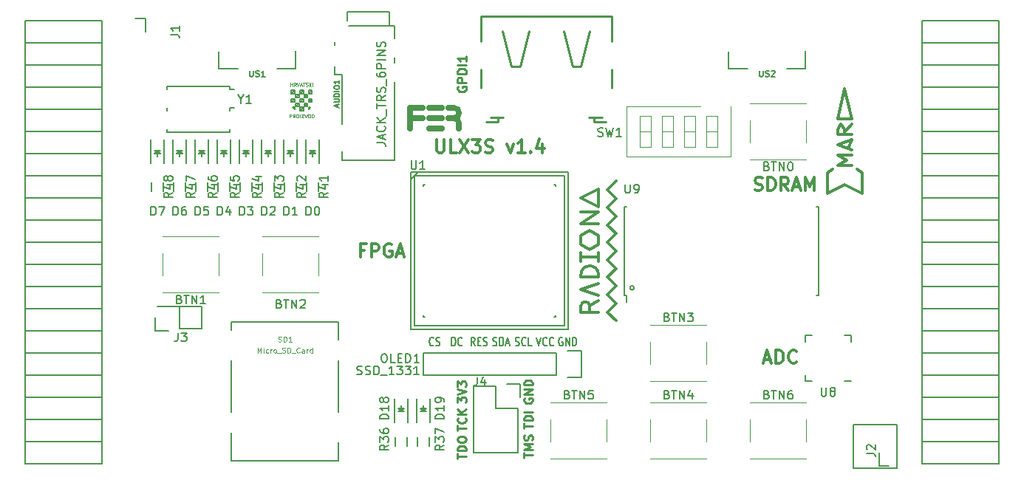
<source format=gto>
G04 #@! TF.FileFunction,Legend,Top*
%FSLAX46Y46*%
G04 Gerber Fmt 4.6, Leading zero omitted, Abs format (unit mm)*
G04 Created by KiCad (PCBNEW 4.0.7+dfsg1-1) date Fri Oct 27 00:46:42 2017*
%MOMM*%
%LPD*%
G01*
G04 APERTURE LIST*
%ADD10C,0.100000*%
%ADD11C,0.300000*%
%ADD12C,0.250000*%
%ADD13C,0.150000*%
%ADD14C,0.254000*%
%ADD15C,0.120000*%
%ADD16C,0.700000*%
%ADD17C,0.200000*%
%ADD18C,0.152400*%
%ADD19C,0.124460*%
%ADD20C,0.075000*%
G04 APERTURE END LIST*
D10*
D11*
X132442858Y-75076571D02*
X132442858Y-76290857D01*
X132514286Y-76433714D01*
X132585715Y-76505143D01*
X132728572Y-76576571D01*
X133014286Y-76576571D01*
X133157144Y-76505143D01*
X133228572Y-76433714D01*
X133300001Y-76290857D01*
X133300001Y-75076571D01*
X134728573Y-76576571D02*
X134014287Y-76576571D01*
X134014287Y-75076571D01*
X135085716Y-75076571D02*
X136085716Y-76576571D01*
X136085716Y-75076571D02*
X135085716Y-76576571D01*
X136514287Y-75076571D02*
X137442858Y-75076571D01*
X136942858Y-75648000D01*
X137157144Y-75648000D01*
X137300001Y-75719429D01*
X137371430Y-75790857D01*
X137442858Y-75933714D01*
X137442858Y-76290857D01*
X137371430Y-76433714D01*
X137300001Y-76505143D01*
X137157144Y-76576571D01*
X136728572Y-76576571D01*
X136585715Y-76505143D01*
X136514287Y-76433714D01*
X138014286Y-76505143D02*
X138228572Y-76576571D01*
X138585715Y-76576571D01*
X138728572Y-76505143D01*
X138800001Y-76433714D01*
X138871429Y-76290857D01*
X138871429Y-76148000D01*
X138800001Y-76005143D01*
X138728572Y-75933714D01*
X138585715Y-75862286D01*
X138300001Y-75790857D01*
X138157143Y-75719429D01*
X138085715Y-75648000D01*
X138014286Y-75505143D01*
X138014286Y-75362286D01*
X138085715Y-75219429D01*
X138157143Y-75148000D01*
X138300001Y-75076571D01*
X138657143Y-75076571D01*
X138871429Y-75148000D01*
X140514286Y-75576571D02*
X140871429Y-76576571D01*
X141228571Y-75576571D01*
X142585714Y-76576571D02*
X141728571Y-76576571D01*
X142157143Y-76576571D02*
X142157143Y-75076571D01*
X142014286Y-75290857D01*
X141871428Y-75433714D01*
X141728571Y-75505143D01*
X143228571Y-76433714D02*
X143299999Y-76505143D01*
X143228571Y-76576571D01*
X143157142Y-76505143D01*
X143228571Y-76433714D01*
X143228571Y-76576571D01*
X144585714Y-75576571D02*
X144585714Y-76576571D01*
X144228571Y-75005143D02*
X143871428Y-76076571D01*
X144800000Y-76076571D01*
X124175429Y-87728857D02*
X123675429Y-87728857D01*
X123675429Y-88514571D02*
X123675429Y-87014571D01*
X124389715Y-87014571D01*
X124961143Y-88514571D02*
X124961143Y-87014571D01*
X125532571Y-87014571D01*
X125675429Y-87086000D01*
X125746857Y-87157429D01*
X125818286Y-87300286D01*
X125818286Y-87514571D01*
X125746857Y-87657429D01*
X125675429Y-87728857D01*
X125532571Y-87800286D01*
X124961143Y-87800286D01*
X127246857Y-87086000D02*
X127104000Y-87014571D01*
X126889714Y-87014571D01*
X126675429Y-87086000D01*
X126532571Y-87228857D01*
X126461143Y-87371714D01*
X126389714Y-87657429D01*
X126389714Y-87871714D01*
X126461143Y-88157429D01*
X126532571Y-88300286D01*
X126675429Y-88443143D01*
X126889714Y-88514571D01*
X127032571Y-88514571D01*
X127246857Y-88443143D01*
X127318286Y-88371714D01*
X127318286Y-87871714D01*
X127032571Y-87871714D01*
X127889714Y-88086000D02*
X128604000Y-88086000D01*
X127746857Y-88514571D02*
X128246857Y-87014571D01*
X128746857Y-88514571D01*
X168903429Y-80823143D02*
X169117715Y-80894571D01*
X169474858Y-80894571D01*
X169617715Y-80823143D01*
X169689144Y-80751714D01*
X169760572Y-80608857D01*
X169760572Y-80466000D01*
X169689144Y-80323143D01*
X169617715Y-80251714D01*
X169474858Y-80180286D01*
X169189144Y-80108857D01*
X169046286Y-80037429D01*
X168974858Y-79966000D01*
X168903429Y-79823143D01*
X168903429Y-79680286D01*
X168974858Y-79537429D01*
X169046286Y-79466000D01*
X169189144Y-79394571D01*
X169546286Y-79394571D01*
X169760572Y-79466000D01*
X170403429Y-80894571D02*
X170403429Y-79394571D01*
X170760572Y-79394571D01*
X170974857Y-79466000D01*
X171117715Y-79608857D01*
X171189143Y-79751714D01*
X171260572Y-80037429D01*
X171260572Y-80251714D01*
X171189143Y-80537429D01*
X171117715Y-80680286D01*
X170974857Y-80823143D01*
X170760572Y-80894571D01*
X170403429Y-80894571D01*
X172760572Y-80894571D02*
X172260572Y-80180286D01*
X171903429Y-80894571D02*
X171903429Y-79394571D01*
X172474857Y-79394571D01*
X172617715Y-79466000D01*
X172689143Y-79537429D01*
X172760572Y-79680286D01*
X172760572Y-79894571D01*
X172689143Y-80037429D01*
X172617715Y-80108857D01*
X172474857Y-80180286D01*
X171903429Y-80180286D01*
X173332000Y-80466000D02*
X174046286Y-80466000D01*
X173189143Y-80894571D02*
X173689143Y-79394571D01*
X174189143Y-80894571D01*
X174689143Y-80894571D02*
X174689143Y-79394571D01*
X175189143Y-80466000D01*
X175689143Y-79394571D01*
X175689143Y-80894571D01*
X169966857Y-100278000D02*
X170681143Y-100278000D01*
X169824000Y-100706571D02*
X170324000Y-99206571D01*
X170824000Y-100706571D01*
X171324000Y-100706571D02*
X171324000Y-99206571D01*
X171681143Y-99206571D01*
X171895428Y-99278000D01*
X172038286Y-99420857D01*
X172109714Y-99563714D01*
X172181143Y-99849429D01*
X172181143Y-100063714D01*
X172109714Y-100349429D01*
X172038286Y-100492286D01*
X171895428Y-100635143D01*
X171681143Y-100706571D01*
X171324000Y-100706571D01*
X173681143Y-100563714D02*
X173609714Y-100635143D01*
X173395428Y-100706571D01*
X173252571Y-100706571D01*
X173038286Y-100635143D01*
X172895428Y-100492286D01*
X172824000Y-100349429D01*
X172752571Y-100063714D01*
X172752571Y-99849429D01*
X172824000Y-99563714D01*
X172895428Y-99420857D01*
X173038286Y-99278000D01*
X173252571Y-99206571D01*
X173395428Y-99206571D01*
X173609714Y-99278000D01*
X173681143Y-99349429D01*
D12*
X142447381Y-111521333D02*
X142447381Y-110949904D01*
X143447381Y-111235619D02*
X142447381Y-111235619D01*
X143447381Y-110616571D02*
X142447381Y-110616571D01*
X143161667Y-110283237D01*
X142447381Y-109949904D01*
X143447381Y-109949904D01*
X143399762Y-109521333D02*
X143447381Y-109378476D01*
X143447381Y-109140380D01*
X143399762Y-109045142D01*
X143352143Y-108997523D01*
X143256905Y-108949904D01*
X143161667Y-108949904D01*
X143066429Y-108997523D01*
X143018810Y-109045142D01*
X142971190Y-109140380D01*
X142923571Y-109330857D01*
X142875952Y-109426095D01*
X142828333Y-109473714D01*
X142733095Y-109521333D01*
X142637857Y-109521333D01*
X142542619Y-109473714D01*
X142495000Y-109426095D01*
X142447381Y-109330857D01*
X142447381Y-109092761D01*
X142495000Y-108949904D01*
X142447381Y-108163809D02*
X142447381Y-107592380D01*
X143447381Y-107878095D02*
X142447381Y-107878095D01*
X143447381Y-107259047D02*
X142447381Y-107259047D01*
X142447381Y-107020952D01*
X142495000Y-106878094D01*
X142590238Y-106782856D01*
X142685476Y-106735237D01*
X142875952Y-106687618D01*
X143018810Y-106687618D01*
X143209286Y-106735237D01*
X143304524Y-106782856D01*
X143399762Y-106878094D01*
X143447381Y-107020952D01*
X143447381Y-107259047D01*
X143447381Y-106259047D02*
X142447381Y-106259047D01*
X142495000Y-104726904D02*
X142447381Y-104822142D01*
X142447381Y-104964999D01*
X142495000Y-105107857D01*
X142590238Y-105203095D01*
X142685476Y-105250714D01*
X142875952Y-105298333D01*
X143018810Y-105298333D01*
X143209286Y-105250714D01*
X143304524Y-105203095D01*
X143399762Y-105107857D01*
X143447381Y-104964999D01*
X143447381Y-104869761D01*
X143399762Y-104726904D01*
X143352143Y-104679285D01*
X143018810Y-104679285D01*
X143018810Y-104869761D01*
X143447381Y-104250714D02*
X142447381Y-104250714D01*
X143447381Y-103679285D01*
X142447381Y-103679285D01*
X143447381Y-103203095D02*
X142447381Y-103203095D01*
X142447381Y-102965000D01*
X142495000Y-102822142D01*
X142590238Y-102726904D01*
X142685476Y-102679285D01*
X142875952Y-102631666D01*
X143018810Y-102631666D01*
X143209286Y-102679285D01*
X143304524Y-102726904D01*
X143399762Y-102822142D01*
X143447381Y-102965000D01*
X143447381Y-103203095D01*
X134827381Y-111624524D02*
X134827381Y-111053095D01*
X135827381Y-111338810D02*
X134827381Y-111338810D01*
X135827381Y-110719762D02*
X134827381Y-110719762D01*
X134827381Y-110481667D01*
X134875000Y-110338809D01*
X134970238Y-110243571D01*
X135065476Y-110195952D01*
X135255952Y-110148333D01*
X135398810Y-110148333D01*
X135589286Y-110195952D01*
X135684524Y-110243571D01*
X135779762Y-110338809D01*
X135827381Y-110481667D01*
X135827381Y-110719762D01*
X134827381Y-109529286D02*
X134827381Y-109338809D01*
X134875000Y-109243571D01*
X134970238Y-109148333D01*
X135160714Y-109100714D01*
X135494048Y-109100714D01*
X135684524Y-109148333D01*
X135779762Y-109243571D01*
X135827381Y-109338809D01*
X135827381Y-109529286D01*
X135779762Y-109624524D01*
X135684524Y-109719762D01*
X135494048Y-109767381D01*
X135160714Y-109767381D01*
X134970238Y-109719762D01*
X134875000Y-109624524D01*
X134827381Y-109529286D01*
X134827381Y-108425714D02*
X134827381Y-107854285D01*
X135827381Y-108140000D02*
X134827381Y-108140000D01*
X135732143Y-106949523D02*
X135779762Y-106997142D01*
X135827381Y-107139999D01*
X135827381Y-107235237D01*
X135779762Y-107378095D01*
X135684524Y-107473333D01*
X135589286Y-107520952D01*
X135398810Y-107568571D01*
X135255952Y-107568571D01*
X135065476Y-107520952D01*
X134970238Y-107473333D01*
X134875000Y-107378095D01*
X134827381Y-107235237D01*
X134827381Y-107139999D01*
X134875000Y-106997142D01*
X134922619Y-106949523D01*
X135827381Y-106520952D02*
X134827381Y-106520952D01*
X135827381Y-105949523D02*
X135255952Y-106378095D01*
X134827381Y-105949523D02*
X135398810Y-106520952D01*
X134827381Y-105203095D02*
X134827381Y-104584047D01*
X135208333Y-104917381D01*
X135208333Y-104774523D01*
X135255952Y-104679285D01*
X135303571Y-104631666D01*
X135398810Y-104584047D01*
X135636905Y-104584047D01*
X135732143Y-104631666D01*
X135779762Y-104679285D01*
X135827381Y-104774523D01*
X135827381Y-105060238D01*
X135779762Y-105155476D01*
X135732143Y-105203095D01*
X134827381Y-104298333D02*
X135827381Y-103965000D01*
X134827381Y-103631666D01*
X134827381Y-103393571D02*
X134827381Y-102774523D01*
X135208333Y-103107857D01*
X135208333Y-102964999D01*
X135255952Y-102869761D01*
X135303571Y-102822142D01*
X135398810Y-102774523D01*
X135636905Y-102774523D01*
X135732143Y-102822142D01*
X135779762Y-102869761D01*
X135827381Y-102964999D01*
X135827381Y-103250714D01*
X135779762Y-103345952D01*
X135732143Y-103393571D01*
D13*
X117480000Y-75060000D02*
X117480000Y-77760000D01*
X118980000Y-75060000D02*
X118980000Y-77760000D01*
X118080000Y-76560000D02*
X118330000Y-76560000D01*
X118330000Y-76560000D02*
X118180000Y-76410000D01*
X118580000Y-76310000D02*
X117880000Y-76310000D01*
X118230000Y-76660000D02*
X118230000Y-77010000D01*
X118230000Y-76310000D02*
X118580000Y-76660000D01*
X118580000Y-76660000D02*
X117880000Y-76660000D01*
X117880000Y-76660000D02*
X118230000Y-76310000D01*
X114940000Y-75060000D02*
X114940000Y-77760000D01*
X116440000Y-75060000D02*
X116440000Y-77760000D01*
X115540000Y-76560000D02*
X115790000Y-76560000D01*
X115790000Y-76560000D02*
X115640000Y-76410000D01*
X116040000Y-76310000D02*
X115340000Y-76310000D01*
X115690000Y-76660000D02*
X115690000Y-77010000D01*
X115690000Y-76310000D02*
X116040000Y-76660000D01*
X116040000Y-76660000D02*
X115340000Y-76660000D01*
X115340000Y-76660000D02*
X115690000Y-76310000D01*
X112400000Y-75060000D02*
X112400000Y-77760000D01*
X113900000Y-75060000D02*
X113900000Y-77760000D01*
X113000000Y-76560000D02*
X113250000Y-76560000D01*
X113250000Y-76560000D02*
X113100000Y-76410000D01*
X113500000Y-76310000D02*
X112800000Y-76310000D01*
X113150000Y-76660000D02*
X113150000Y-77010000D01*
X113150000Y-76310000D02*
X113500000Y-76660000D01*
X113500000Y-76660000D02*
X112800000Y-76660000D01*
X112800000Y-76660000D02*
X113150000Y-76310000D01*
X109860000Y-75060000D02*
X109860000Y-77760000D01*
X111360000Y-75060000D02*
X111360000Y-77760000D01*
X110460000Y-76560000D02*
X110710000Y-76560000D01*
X110710000Y-76560000D02*
X110560000Y-76410000D01*
X110960000Y-76310000D02*
X110260000Y-76310000D01*
X110610000Y-76660000D02*
X110610000Y-77010000D01*
X110610000Y-76310000D02*
X110960000Y-76660000D01*
X110960000Y-76660000D02*
X110260000Y-76660000D01*
X110260000Y-76660000D02*
X110610000Y-76310000D01*
X107320000Y-75060000D02*
X107320000Y-77760000D01*
X108820000Y-75060000D02*
X108820000Y-77760000D01*
X107920000Y-76560000D02*
X108170000Y-76560000D01*
X108170000Y-76560000D02*
X108020000Y-76410000D01*
X108420000Y-76310000D02*
X107720000Y-76310000D01*
X108070000Y-76660000D02*
X108070000Y-77010000D01*
X108070000Y-76310000D02*
X108420000Y-76660000D01*
X108420000Y-76660000D02*
X107720000Y-76660000D01*
X107720000Y-76660000D02*
X108070000Y-76310000D01*
X104780000Y-75060000D02*
X104780000Y-77760000D01*
X106280000Y-75060000D02*
X106280000Y-77760000D01*
X105380000Y-76560000D02*
X105630000Y-76560000D01*
X105630000Y-76560000D02*
X105480000Y-76410000D01*
X105880000Y-76310000D02*
X105180000Y-76310000D01*
X105530000Y-76660000D02*
X105530000Y-77010000D01*
X105530000Y-76310000D02*
X105880000Y-76660000D01*
X105880000Y-76660000D02*
X105180000Y-76660000D01*
X105180000Y-76660000D02*
X105530000Y-76310000D01*
X102240000Y-75060000D02*
X102240000Y-77760000D01*
X103740000Y-75060000D02*
X103740000Y-77760000D01*
X102840000Y-76560000D02*
X103090000Y-76560000D01*
X103090000Y-76560000D02*
X102940000Y-76410000D01*
X103340000Y-76310000D02*
X102640000Y-76310000D01*
X102990000Y-76660000D02*
X102990000Y-77010000D01*
X102990000Y-76310000D02*
X103340000Y-76660000D01*
X103340000Y-76660000D02*
X102640000Y-76660000D01*
X102640000Y-76660000D02*
X102990000Y-76310000D01*
X99700000Y-75060000D02*
X99700000Y-77760000D01*
X101200000Y-75060000D02*
X101200000Y-77760000D01*
X100300000Y-76560000D02*
X100550000Y-76560000D01*
X100550000Y-76560000D02*
X100400000Y-76410000D01*
X100800000Y-76310000D02*
X100100000Y-76310000D01*
X100450000Y-76660000D02*
X100450000Y-77010000D01*
X100450000Y-76310000D02*
X100800000Y-76660000D01*
X100800000Y-76660000D02*
X100100000Y-76660000D01*
X100100000Y-76660000D02*
X100450000Y-76310000D01*
X176180000Y-92880000D02*
X175980000Y-92880000D01*
X176180000Y-82720000D02*
X175980000Y-82720000D01*
X155080000Y-92050000D02*
G75*
G03X155080000Y-92050000I-250000J0D01*
G01*
X154180000Y-92880000D02*
X154180000Y-93700000D01*
X153980000Y-92880000D02*
X154180000Y-92880000D01*
X153980000Y-82720000D02*
X154180000Y-82720000D01*
X176190000Y-82720000D02*
X176190000Y-92880000D01*
X153970000Y-92880000D02*
X153970000Y-82720000D01*
X85270000Y-112220000D02*
X94100000Y-112220000D01*
X85270000Y-109680000D02*
X85270000Y-112220000D01*
X94100000Y-109680000D02*
X94100000Y-112220000D01*
X94100000Y-112220000D02*
X85270000Y-112220000D01*
X94100000Y-109680000D02*
X85270000Y-109680000D01*
X94100000Y-107140000D02*
X94100000Y-109680000D01*
X85270000Y-107140000D02*
X85270000Y-109680000D01*
X85270000Y-109680000D02*
X94100000Y-109680000D01*
X85270000Y-91900000D02*
X94100000Y-91900000D01*
X85270000Y-89360000D02*
X85270000Y-91900000D01*
X94100000Y-89360000D02*
X94100000Y-91900000D01*
X94100000Y-91900000D02*
X85270000Y-91900000D01*
X94100000Y-94440000D02*
X85270000Y-94440000D01*
X94100000Y-91900000D02*
X94100000Y-94440000D01*
X85270000Y-91900000D02*
X85270000Y-94440000D01*
X85270000Y-94440000D02*
X94100000Y-94440000D01*
X85270000Y-107140000D02*
X94100000Y-107140000D01*
X85270000Y-104600000D02*
X85270000Y-107140000D01*
X94100000Y-104600000D02*
X94100000Y-107140000D01*
X94100000Y-107140000D02*
X85270000Y-107140000D01*
X94100000Y-104600000D02*
X85270000Y-104600000D01*
X94100000Y-102060000D02*
X94100000Y-104600000D01*
X85270000Y-102060000D02*
X85270000Y-104600000D01*
X85270000Y-104600000D02*
X94100000Y-104600000D01*
X85270000Y-102060000D02*
X94100000Y-102060000D01*
X85270000Y-99520000D02*
X85270000Y-102060000D01*
X94100000Y-99520000D02*
X94100000Y-102060000D01*
X94100000Y-102060000D02*
X85270000Y-102060000D01*
X94100000Y-99520000D02*
X85270000Y-99520000D01*
X94100000Y-96980000D02*
X94100000Y-99520000D01*
X85270000Y-96980000D02*
X85270000Y-99520000D01*
X85270000Y-99520000D02*
X94100000Y-99520000D01*
X85270000Y-96980000D02*
X94100000Y-96980000D01*
X85270000Y-94440000D02*
X85270000Y-96980000D01*
X94100000Y-94440000D02*
X94100000Y-96980000D01*
X94100000Y-96980000D02*
X85270000Y-96980000D01*
X94100000Y-79200000D02*
X85270000Y-79200000D01*
X94100000Y-76660000D02*
X94100000Y-79200000D01*
X85270000Y-76660000D02*
X85270000Y-79200000D01*
X85270000Y-79200000D02*
X94100000Y-79200000D01*
X85270000Y-81740000D02*
X94100000Y-81740000D01*
X85270000Y-79200000D02*
X85270000Y-81740000D01*
X94100000Y-79200000D02*
X94100000Y-81740000D01*
X94100000Y-81740000D02*
X85270000Y-81740000D01*
X94100000Y-84280000D02*
X85270000Y-84280000D01*
X94100000Y-81740000D02*
X94100000Y-84280000D01*
X85270000Y-81740000D02*
X85270000Y-84280000D01*
X85270000Y-84280000D02*
X94100000Y-84280000D01*
X85270000Y-86820000D02*
X94100000Y-86820000D01*
X85270000Y-84280000D02*
X85270000Y-86820000D01*
X94100000Y-84280000D02*
X94100000Y-86820000D01*
X94100000Y-86820000D02*
X85270000Y-86820000D01*
X94100000Y-89360000D02*
X85270000Y-89360000D01*
X94100000Y-86820000D02*
X94100000Y-89360000D01*
X85270000Y-86820000D02*
X85270000Y-89360000D01*
X85270000Y-89360000D02*
X94100000Y-89360000D01*
X85270000Y-76660000D02*
X94100000Y-76660000D01*
X85270000Y-74120000D02*
X85270000Y-76660000D01*
X94100000Y-74120000D02*
X94100000Y-76660000D01*
X94100000Y-76660000D02*
X85270000Y-76660000D01*
X94100000Y-74120000D02*
X85270000Y-74120000D01*
X94100000Y-71580000D02*
X94100000Y-74120000D01*
X85270000Y-71580000D02*
X85270000Y-74120000D01*
X85270000Y-74120000D02*
X94100000Y-74120000D01*
X85270000Y-71580000D02*
X94100000Y-71580000D01*
X85270000Y-69040000D02*
X85270000Y-71580000D01*
X94100000Y-69040000D02*
X94100000Y-71580000D01*
X94100000Y-71580000D02*
X85270000Y-71580000D01*
X94100000Y-69040000D02*
X85270000Y-69040000D01*
X94100000Y-66500000D02*
X94100000Y-69040000D01*
X85270000Y-66500000D02*
X85270000Y-69040000D01*
X85270000Y-69040000D02*
X94100000Y-69040000D01*
X85270000Y-66500000D02*
X94100000Y-66500000D01*
X85270000Y-63960000D02*
X85270000Y-66500000D01*
X94100000Y-63960000D02*
X94100000Y-66500000D01*
X94100000Y-66500000D02*
X85270000Y-66500000D01*
X94100000Y-63960000D02*
X85270000Y-63960000D01*
X94100000Y-61420000D02*
X94100000Y-63960000D01*
X99060000Y-62690000D02*
X99060000Y-61140000D01*
X99060000Y-61140000D02*
X97910000Y-61140000D01*
X94100000Y-61420000D02*
X85270000Y-61420000D01*
X85270000Y-61420000D02*
X85270000Y-63960000D01*
X85270000Y-63960000D02*
X94100000Y-63960000D01*
X196910000Y-61420000D02*
X188080000Y-61420000D01*
X196910000Y-63960000D02*
X196910000Y-61420000D01*
X188080000Y-63960000D02*
X188080000Y-61420000D01*
X188080000Y-61420000D02*
X196910000Y-61420000D01*
X188080000Y-63960000D02*
X196910000Y-63960000D01*
X188080000Y-66500000D02*
X188080000Y-63960000D01*
X196910000Y-66500000D02*
X196910000Y-63960000D01*
X196910000Y-63960000D02*
X188080000Y-63960000D01*
X196910000Y-81740000D02*
X188080000Y-81740000D01*
X196910000Y-84280000D02*
X196910000Y-81740000D01*
X188080000Y-84280000D02*
X188080000Y-81740000D01*
X188080000Y-81740000D02*
X196910000Y-81740000D01*
X188080000Y-79200000D02*
X196910000Y-79200000D01*
X188080000Y-81740000D02*
X188080000Y-79200000D01*
X196910000Y-81740000D02*
X196910000Y-79200000D01*
X196910000Y-79200000D02*
X188080000Y-79200000D01*
X196910000Y-66500000D02*
X188080000Y-66500000D01*
X196910000Y-69040000D02*
X196910000Y-66500000D01*
X188080000Y-69040000D02*
X188080000Y-66500000D01*
X188080000Y-66500000D02*
X196910000Y-66500000D01*
X188080000Y-69040000D02*
X196910000Y-69040000D01*
X188080000Y-71580000D02*
X188080000Y-69040000D01*
X196910000Y-71580000D02*
X196910000Y-69040000D01*
X196910000Y-69040000D02*
X188080000Y-69040000D01*
X196910000Y-71580000D02*
X188080000Y-71580000D01*
X196910000Y-74120000D02*
X196910000Y-71580000D01*
X188080000Y-74120000D02*
X188080000Y-71580000D01*
X188080000Y-71580000D02*
X196910000Y-71580000D01*
X188080000Y-74120000D02*
X196910000Y-74120000D01*
X188080000Y-76660000D02*
X188080000Y-74120000D01*
X196910000Y-76660000D02*
X196910000Y-74120000D01*
X196910000Y-74120000D02*
X188080000Y-74120000D01*
X196910000Y-76660000D02*
X188080000Y-76660000D01*
X196910000Y-79200000D02*
X196910000Y-76660000D01*
X188080000Y-79200000D02*
X188080000Y-76660000D01*
X188080000Y-76660000D02*
X196910000Y-76660000D01*
X188080000Y-94440000D02*
X196910000Y-94440000D01*
X188080000Y-96980000D02*
X188080000Y-94440000D01*
X196910000Y-96980000D02*
X196910000Y-94440000D01*
X196910000Y-94440000D02*
X188080000Y-94440000D01*
X196910000Y-91900000D02*
X188080000Y-91900000D01*
X196910000Y-94440000D02*
X196910000Y-91900000D01*
X188080000Y-94440000D02*
X188080000Y-91900000D01*
X188080000Y-91900000D02*
X196910000Y-91900000D01*
X188080000Y-89360000D02*
X196910000Y-89360000D01*
X188080000Y-91900000D02*
X188080000Y-89360000D01*
X196910000Y-91900000D02*
X196910000Y-89360000D01*
X196910000Y-89360000D02*
X188080000Y-89360000D01*
X196910000Y-86820000D02*
X188080000Y-86820000D01*
X196910000Y-89360000D02*
X196910000Y-86820000D01*
X188080000Y-89360000D02*
X188080000Y-86820000D01*
X188080000Y-86820000D02*
X196910000Y-86820000D01*
X188080000Y-84280000D02*
X196910000Y-84280000D01*
X188080000Y-86820000D02*
X188080000Y-84280000D01*
X196910000Y-86820000D02*
X196910000Y-84280000D01*
X196910000Y-84280000D02*
X188080000Y-84280000D01*
X196910000Y-96980000D02*
X188080000Y-96980000D01*
X196910000Y-99520000D02*
X196910000Y-96980000D01*
X188080000Y-99520000D02*
X188080000Y-96980000D01*
X188080000Y-96980000D02*
X196910000Y-96980000D01*
X188080000Y-99520000D02*
X196910000Y-99520000D01*
X188080000Y-102060000D02*
X188080000Y-99520000D01*
X196910000Y-102060000D02*
X196910000Y-99520000D01*
X196910000Y-99520000D02*
X188080000Y-99520000D01*
X196910000Y-102060000D02*
X188080000Y-102060000D01*
X196910000Y-104600000D02*
X196910000Y-102060000D01*
X188080000Y-104600000D02*
X188080000Y-102060000D01*
X188080000Y-102060000D02*
X196910000Y-102060000D01*
X188080000Y-104600000D02*
X196910000Y-104600000D01*
X188080000Y-107140000D02*
X188080000Y-104600000D01*
X196910000Y-107140000D02*
X196910000Y-104600000D01*
X196910000Y-104600000D02*
X188080000Y-104600000D01*
X196910000Y-107140000D02*
X188080000Y-107140000D01*
X196910000Y-109680000D02*
X196910000Y-107140000D01*
X188080000Y-109680000D02*
X188080000Y-107140000D01*
X188080000Y-107140000D02*
X196910000Y-107140000D01*
X188080000Y-109680000D02*
X196910000Y-109680000D01*
X188080000Y-112220000D02*
X188080000Y-109680000D01*
X183120000Y-110950000D02*
X183120000Y-112500000D01*
X183120000Y-112500000D02*
X184270000Y-112500000D01*
X188080000Y-112220000D02*
X196910000Y-112220000D01*
X196910000Y-112220000D02*
X196910000Y-109680000D01*
X196910000Y-109680000D02*
X188080000Y-109680000D01*
X108724000Y-69280000D02*
X109274000Y-69280000D01*
X101524000Y-68980000D02*
X101524000Y-69280000D01*
X101524000Y-74180000D02*
X101524000Y-73880000D01*
X108724000Y-74180000D02*
X108724000Y-73880000D01*
X108724000Y-68980000D02*
X108724000Y-69280000D01*
X108724000Y-68980000D02*
X101524000Y-68980000D01*
X108724000Y-71380000D02*
X109274000Y-71380000D01*
X108724000Y-74180000D02*
X101524000Y-74180000D01*
X101524000Y-71380000D02*
X101524000Y-71780000D01*
X108724000Y-71380000D02*
X108724000Y-71780000D01*
X100170000Y-95456000D02*
X100170000Y-97006000D01*
X102990000Y-94186000D02*
X100450000Y-94186000D01*
X100170000Y-97006000D02*
X101720000Y-97006000D01*
X105530000Y-94186000D02*
X102990000Y-94186000D01*
X102990000Y-94186000D02*
X102990000Y-96726000D01*
X102990000Y-96726000D02*
X105530000Y-96726000D01*
X105530000Y-96726000D02*
X105530000Y-94186000D01*
X129140000Y-107470000D02*
X129140000Y-104770000D01*
X127640000Y-107470000D02*
X127640000Y-104770000D01*
X128540000Y-105970000D02*
X128290000Y-105970000D01*
X128290000Y-105970000D02*
X128440000Y-106120000D01*
X128040000Y-106220000D02*
X128740000Y-106220000D01*
X128390000Y-105870000D02*
X128390000Y-105520000D01*
X128390000Y-106220000D02*
X128040000Y-105870000D01*
X128040000Y-105870000D02*
X128740000Y-105870000D01*
X128740000Y-105870000D02*
X128390000Y-106220000D01*
X131680000Y-107470000D02*
X131680000Y-104770000D01*
X130180000Y-107470000D02*
X130180000Y-104770000D01*
X131080000Y-105970000D02*
X130830000Y-105970000D01*
X130830000Y-105970000D02*
X130980000Y-106120000D01*
X130580000Y-106220000D02*
X131280000Y-106220000D01*
X130930000Y-105870000D02*
X130930000Y-105520000D01*
X130930000Y-106220000D02*
X130580000Y-105870000D01*
X130580000Y-105870000D02*
X131280000Y-105870000D01*
X131280000Y-105870000D02*
X130930000Y-106220000D01*
X127715000Y-110180000D02*
X127715000Y-109180000D01*
X129065000Y-109180000D02*
X129065000Y-110180000D01*
X131605000Y-109180000D02*
X131605000Y-110180000D01*
X130255000Y-110180000D02*
X130255000Y-109180000D01*
X116280000Y-64925000D02*
X116280000Y-66925000D01*
X116280000Y-66925000D02*
X114130000Y-66925000D01*
X109630000Y-66925000D02*
X107480000Y-66925000D01*
X107480000Y-66925000D02*
X107480000Y-64975000D01*
X174700000Y-64925000D02*
X174700000Y-66925000D01*
X174700000Y-66925000D02*
X172550000Y-66925000D01*
X168050000Y-66925000D02*
X165900000Y-66925000D01*
X165900000Y-66925000D02*
X165900000Y-64975000D01*
X141725000Y-110950000D02*
X141725000Y-105870000D01*
X142005000Y-103050000D02*
X142005000Y-104600000D01*
X139185000Y-103330000D02*
X139185000Y-105870000D01*
X139185000Y-105870000D02*
X141725000Y-105870000D01*
X141725000Y-110950000D02*
X136645000Y-110950000D01*
X136645000Y-110950000D02*
X136645000Y-105870000D01*
X142005000Y-103050000D02*
X140455000Y-103050000D01*
X136645000Y-103330000D02*
X139185000Y-103330000D01*
X136645000Y-105870000D02*
X136645000Y-103330000D01*
X118905000Y-79970000D02*
X118905000Y-80970000D01*
X117555000Y-80970000D02*
X117555000Y-79970000D01*
X116365000Y-79970000D02*
X116365000Y-80970000D01*
X115015000Y-80970000D02*
X115015000Y-79970000D01*
X113825000Y-79970000D02*
X113825000Y-80970000D01*
X112475000Y-80970000D02*
X112475000Y-79970000D01*
X111285000Y-79970000D02*
X111285000Y-80970000D01*
X109935000Y-80970000D02*
X109935000Y-79970000D01*
X108745000Y-79970000D02*
X108745000Y-80970000D01*
X107395000Y-80970000D02*
X107395000Y-79970000D01*
X106205000Y-79970000D02*
X106205000Y-80970000D01*
X104855000Y-80970000D02*
X104855000Y-79970000D01*
X103665000Y-79970000D02*
X103665000Y-80970000D01*
X102315000Y-80970000D02*
X102315000Y-79970000D01*
X101125000Y-79970000D02*
X101125000Y-80970000D01*
X99775000Y-80970000D02*
X99775000Y-79970000D01*
X174660000Y-102780000D02*
X174660000Y-102030000D01*
X179910000Y-97530000D02*
X179910000Y-98280000D01*
X174660000Y-97530000D02*
X174660000Y-98280000D01*
X179910000Y-102780000D02*
X179160000Y-102780000D01*
X179910000Y-97530000D02*
X179160000Y-97530000D01*
X174660000Y-97530000D02*
X175410000Y-97530000D01*
X174660000Y-102780000D02*
X175410000Y-102780000D01*
X180180640Y-107700640D02*
X185179360Y-107700640D01*
X185179360Y-107700640D02*
X185179360Y-112699360D01*
X185179360Y-112699360D02*
X180180640Y-112699360D01*
X180180640Y-112699360D02*
X180180640Y-107700640D01*
X146170000Y-99520000D02*
X130930000Y-99520000D01*
X130930000Y-99520000D02*
X130930000Y-102060000D01*
X130930000Y-102060000D02*
X146170000Y-102060000D01*
X148990000Y-99240000D02*
X147440000Y-99240000D01*
X146170000Y-99520000D02*
X146170000Y-102060000D01*
X147440000Y-102340000D02*
X148990000Y-102340000D01*
X148990000Y-102340000D02*
X148990000Y-99240000D01*
X122180000Y-60440000D02*
X122180000Y-61440000D01*
X126980000Y-60440000D02*
X122180000Y-60440000D01*
X126980000Y-62040000D02*
X126980000Y-60440000D01*
X127580000Y-62040000D02*
X122380000Y-62040000D01*
X120780000Y-64240000D02*
X120780000Y-63840000D01*
X120780000Y-67640000D02*
X120780000Y-66640000D01*
X121580000Y-67640000D02*
X120780000Y-67640000D01*
X121580000Y-73240000D02*
X121580000Y-67640000D01*
X121580000Y-77440000D02*
X121580000Y-76440000D01*
X127580000Y-77440000D02*
X121580000Y-77440000D01*
X127580000Y-68440000D02*
X127580000Y-77440000D01*
X127580000Y-65640000D02*
X127580000Y-66240000D01*
X127580000Y-62040000D02*
X127580000Y-63440000D01*
D14*
X151378260Y-72548160D02*
X150479100Y-72548160D01*
X150479100Y-72548160D02*
X149879660Y-72548160D01*
X140080340Y-72548160D02*
X139480900Y-72548160D01*
X139480900Y-72548160D02*
X138581740Y-72548160D01*
X137481920Y-69149640D02*
X137481920Y-66998260D01*
X137481920Y-63800400D02*
X137481920Y-60892100D01*
X137481920Y-60892100D02*
X152478080Y-60892100D01*
X152478080Y-60892100D02*
X152478080Y-63800400D01*
X152478080Y-66998260D02*
X152478080Y-69149640D01*
X138106760Y-73048540D02*
X139480900Y-73048540D01*
X139480900Y-73048540D02*
X139480900Y-72548160D01*
X150479100Y-72548160D02*
X150479100Y-73048540D01*
X150479100Y-73048540D02*
X151865940Y-73048540D01*
X142981020Y-62632000D02*
X141980260Y-66632500D01*
X141980260Y-66632500D02*
X140982040Y-66632500D01*
X140982040Y-66632500D02*
X139981280Y-62632000D01*
X146978980Y-62632000D02*
X147979740Y-66632500D01*
X147979740Y-66632500D02*
X148977960Y-66632500D01*
X148977960Y-66632500D02*
X149978720Y-62632000D01*
D15*
X168340000Y-77350000D02*
X168340000Y-77320000D01*
X168340000Y-70890000D02*
X168340000Y-70920000D01*
X174800000Y-70890000D02*
X174800000Y-70920000D01*
X174800000Y-77320000D02*
X174800000Y-77350000D01*
X168340000Y-75420000D02*
X168340000Y-72820000D01*
X174800000Y-77350000D02*
X168340000Y-77350000D01*
X174800000Y-75420000D02*
X174800000Y-72820000D01*
X174800000Y-70890000D02*
X168340000Y-70890000D01*
X107490000Y-86130000D02*
X107490000Y-86160000D01*
X107490000Y-92590000D02*
X107490000Y-92560000D01*
X101030000Y-92590000D02*
X101030000Y-92560000D01*
X101030000Y-86160000D02*
X101030000Y-86130000D01*
X107490000Y-88060000D02*
X107490000Y-90660000D01*
X101030000Y-86130000D02*
X107490000Y-86130000D01*
X101030000Y-88060000D02*
X101030000Y-90660000D01*
X101030000Y-92590000D02*
X107490000Y-92590000D01*
X118920000Y-86130000D02*
X118920000Y-86160000D01*
X118920000Y-92590000D02*
X118920000Y-92560000D01*
X112460000Y-92590000D02*
X112460000Y-92560000D01*
X112460000Y-86160000D02*
X112460000Y-86130000D01*
X118920000Y-88060000D02*
X118920000Y-90660000D01*
X112460000Y-86130000D02*
X118920000Y-86130000D01*
X112460000Y-88060000D02*
X112460000Y-90660000D01*
X112460000Y-92590000D02*
X118920000Y-92590000D01*
X163370000Y-96290000D02*
X163370000Y-96320000D01*
X163370000Y-102750000D02*
X163370000Y-102720000D01*
X156910000Y-102750000D02*
X156910000Y-102720000D01*
X156910000Y-96320000D02*
X156910000Y-96290000D01*
X163370000Y-98220000D02*
X163370000Y-100820000D01*
X156910000Y-96290000D02*
X163370000Y-96290000D01*
X156910000Y-98220000D02*
X156910000Y-100820000D01*
X156910000Y-102750000D02*
X163370000Y-102750000D01*
X156910000Y-111640000D02*
X156910000Y-111610000D01*
X156910000Y-105180000D02*
X156910000Y-105210000D01*
X163370000Y-105180000D02*
X163370000Y-105210000D01*
X163370000Y-111610000D02*
X163370000Y-111640000D01*
X156910000Y-109710000D02*
X156910000Y-107110000D01*
X163370000Y-111640000D02*
X156910000Y-111640000D01*
X163370000Y-109710000D02*
X163370000Y-107110000D01*
X163370000Y-105180000D02*
X156910000Y-105180000D01*
X145480000Y-111640000D02*
X145480000Y-111610000D01*
X145480000Y-105180000D02*
X145480000Y-105210000D01*
X151940000Y-105180000D02*
X151940000Y-105210000D01*
X151940000Y-111610000D02*
X151940000Y-111640000D01*
X145480000Y-109710000D02*
X145480000Y-107110000D01*
X151940000Y-111640000D02*
X145480000Y-111640000D01*
X151940000Y-109710000D02*
X151940000Y-107110000D01*
X151940000Y-105180000D02*
X145480000Y-105180000D01*
X168340000Y-111640000D02*
X168340000Y-111610000D01*
X168340000Y-105180000D02*
X168340000Y-105210000D01*
X174800000Y-105180000D02*
X174800000Y-105210000D01*
X174800000Y-111610000D02*
X174800000Y-111640000D01*
X168340000Y-109710000D02*
X168340000Y-107110000D01*
X174800000Y-111640000D02*
X168340000Y-111640000D01*
X174800000Y-109710000D02*
X174800000Y-107110000D01*
X174800000Y-105180000D02*
X168340000Y-105180000D01*
X166120000Y-71275000D02*
X166120000Y-76965000D01*
X166120000Y-76965000D02*
X154160000Y-76965000D01*
X154160000Y-76965000D02*
X154160000Y-71275000D01*
X154160000Y-71275000D02*
X162680000Y-71275000D01*
X164585000Y-72310000D02*
X163315000Y-72310000D01*
X163315000Y-72310000D02*
X163315000Y-75930000D01*
X163315000Y-75930000D02*
X164585000Y-75930000D01*
X164585000Y-75930000D02*
X164585000Y-72310000D01*
X164585000Y-74120000D02*
X163315000Y-74120000D01*
X162045000Y-72310000D02*
X160775000Y-72310000D01*
X160775000Y-72310000D02*
X160775000Y-75930000D01*
X160775000Y-75930000D02*
X162045000Y-75930000D01*
X162045000Y-75930000D02*
X162045000Y-72310000D01*
X162045000Y-74120000D02*
X160775000Y-74120000D01*
X159505000Y-72310000D02*
X158235000Y-72310000D01*
X158235000Y-72310000D02*
X158235000Y-75930000D01*
X158235000Y-75930000D02*
X159505000Y-75930000D01*
X159505000Y-75930000D02*
X159505000Y-72310000D01*
X159505000Y-74120000D02*
X158235000Y-74120000D01*
X156965000Y-72310000D02*
X155695000Y-72310000D01*
X155695000Y-72310000D02*
X155695000Y-75930000D01*
X155695000Y-75930000D02*
X156965000Y-75930000D01*
X156965000Y-75930000D02*
X156965000Y-72310000D01*
X156965000Y-74120000D02*
X155695000Y-74120000D01*
D13*
X130880000Y-80200000D02*
X131080000Y-80200000D01*
X130880000Y-80400000D02*
X130880000Y-80200000D01*
X146080000Y-80200000D02*
X146080000Y-80400000D01*
X145880000Y-80200000D02*
X146080000Y-80200000D01*
X146080000Y-95400000D02*
X146080000Y-95200000D01*
X145880000Y-95400000D02*
X146080000Y-95400000D01*
X130880000Y-95400000D02*
X131080000Y-95400000D01*
X130880000Y-95200000D02*
X130880000Y-95400000D01*
X130280000Y-78800000D02*
X129480000Y-79600000D01*
X129480000Y-96800000D02*
X129480000Y-78800000D01*
X147480000Y-96800000D02*
X129480000Y-96800000D01*
X147480000Y-78800000D02*
X147480000Y-96800000D01*
X129480000Y-78800000D02*
X147480000Y-78800000D01*
X129880000Y-96400000D02*
X129880000Y-79200000D01*
X147080000Y-96400000D02*
X129880000Y-96400000D01*
X147080000Y-79200000D02*
X147080000Y-96400000D01*
X129880000Y-79200000D02*
X147080000Y-79200000D01*
X121205000Y-111915000D02*
X121205000Y-109765000D01*
X108905000Y-111915000D02*
X121205000Y-111915000D01*
X108905000Y-108665000D02*
X108905000Y-111915000D01*
X108905000Y-100365000D02*
X108905000Y-106265000D01*
X121205000Y-106265000D02*
X121205000Y-100365000D01*
X108905000Y-95965000D02*
X108905000Y-96865000D01*
X121205000Y-95965000D02*
X108905000Y-95965000D01*
X121205000Y-98015000D02*
X121205000Y-95965000D01*
D11*
X149980000Y-94836000D02*
X149980000Y-94136000D01*
X148980000Y-94836000D02*
X148980000Y-94136000D01*
X151980000Y-80836000D02*
X152980000Y-79836000D01*
X152980000Y-81836000D02*
X151980000Y-80836000D01*
X151980000Y-82836000D02*
X152980000Y-81836000D01*
X152980000Y-83836000D02*
X151980000Y-82836000D01*
X151980000Y-84836000D02*
X152980000Y-83836000D01*
X152980000Y-85836000D02*
X151980000Y-84836000D01*
X151980000Y-86836000D02*
X152980000Y-85836000D01*
X152980000Y-87836000D02*
X151980000Y-86836000D01*
X151980000Y-88836000D02*
X152980000Y-87836000D01*
X152980000Y-89836000D02*
X151980000Y-88836000D01*
X151980000Y-90836000D02*
X152980000Y-89836000D01*
X152980000Y-91836000D02*
X151980000Y-90836000D01*
X151980000Y-92836000D02*
X152980000Y-91836000D01*
X152980000Y-93836000D02*
X151980000Y-92836000D01*
X151980000Y-94836000D02*
X152980000Y-93836000D01*
X152980000Y-95836000D02*
X151980000Y-94836000D01*
X150980000Y-90836000D02*
X150980000Y-90536000D01*
X148980000Y-90836000D02*
X148980000Y-90536000D01*
X148980000Y-89036000D02*
X148980000Y-88036000D01*
X150980000Y-89036000D02*
X150980000Y-88036000D01*
X150980000Y-83336000D02*
X148980000Y-83336000D01*
X148980000Y-84736000D02*
X150980000Y-83336000D01*
X149980000Y-94136000D02*
X150980000Y-93536000D01*
X149980000Y-85436000D02*
X150980000Y-86036000D01*
X148980000Y-86036000D02*
X149980000Y-85436000D01*
X149980000Y-87636000D02*
X148980000Y-87036000D01*
X150980000Y-87036000D02*
X149980000Y-87636000D01*
X148980000Y-86036000D02*
X148980000Y-87036000D01*
X150980000Y-87036000D02*
X150980000Y-86036000D01*
X150980000Y-80736000D02*
X150980000Y-82736000D01*
X148980000Y-81736000D02*
X150980000Y-80736000D01*
X150980000Y-82736000D02*
X148980000Y-81736000D01*
X150980000Y-84736000D02*
X148980000Y-84736000D01*
X148980000Y-88536000D02*
X150980000Y-88536000D01*
X150980000Y-90536000D02*
G75*
G03X148980000Y-90536000I-1000000J0D01*
G01*
X150980000Y-90836000D02*
X148980000Y-90836000D01*
X148980000Y-92236000D02*
X150980000Y-91536000D01*
X150980000Y-92936000D02*
X148980000Y-92236000D01*
X149980000Y-94136000D02*
G75*
G03X148980000Y-94136000I-500000J0D01*
G01*
X150980000Y-94836000D02*
X148980000Y-94836000D01*
X178390000Y-76844000D02*
X179990000Y-76844000D01*
X179390000Y-77444000D02*
X178390000Y-76844000D01*
X178390000Y-78044000D02*
X179390000Y-77444000D01*
X179990000Y-78044000D02*
X178390000Y-78044000D01*
X181190000Y-78844000D02*
X180590000Y-78444000D01*
X177190000Y-78844000D02*
X177790000Y-78444000D01*
X177190000Y-81244000D02*
X177190000Y-78844000D01*
X179190000Y-69244000D02*
X178390000Y-72644000D01*
X179990000Y-72644000D02*
X179190000Y-69244000D01*
X178390000Y-72644000D02*
X179990000Y-72644000D01*
X179190000Y-74244000D02*
X179990000Y-73244000D01*
X179190000Y-73844000D02*
X179190000Y-74444000D01*
X178790000Y-73244000D02*
X179190000Y-73844000D01*
X178390000Y-73844000D02*
X178790000Y-73244000D01*
X178390000Y-74444000D02*
X178390000Y-73844000D01*
X178390000Y-74444000D02*
X179990000Y-74444000D01*
X179990000Y-75044000D02*
X179590000Y-76044000D01*
X178390000Y-75644000D02*
X179990000Y-75044000D01*
X179990000Y-76244000D02*
X178390000Y-75644000D01*
X181190000Y-81244000D02*
X181190000Y-78844000D01*
X179190000Y-80244000D02*
X181190000Y-81244000D01*
X177190000Y-81244000D02*
X179190000Y-80244000D01*
D16*
X135000000Y-73196000D02*
X135000000Y-73796000D01*
X135000000Y-73196000D02*
G75*
G03X134400000Y-72596000I-600000J0D01*
G01*
X134400000Y-72596000D02*
G75*
G03X134400000Y-71396000I0J600000D01*
G01*
X133800000Y-72596000D02*
X134400000Y-72596000D01*
X133800000Y-71396000D02*
X134400000Y-71396000D01*
X129400000Y-71396000D02*
X129400000Y-73796000D01*
X131600000Y-73796000D02*
X133000000Y-73796000D01*
X131600000Y-72596000D02*
X133000000Y-72596000D01*
X131600000Y-71396000D02*
X133000000Y-71396000D01*
X129400000Y-71396000D02*
X130800000Y-71396000D01*
X129400000Y-72596000D02*
X130800000Y-72596000D01*
D17*
X115760000Y-70764000D02*
X116160000Y-70364000D01*
X115760000Y-69764000D02*
X116160000Y-69364000D01*
X116260000Y-70264000D02*
X116660000Y-69864000D01*
X116760000Y-69764000D02*
X117160000Y-69364000D01*
X117760000Y-69764000D02*
X118160000Y-69364000D01*
X117260000Y-70264000D02*
X117660000Y-69864000D01*
X116760000Y-70764000D02*
X117160000Y-70364000D01*
X116260000Y-71264000D02*
X116660000Y-70864000D01*
X117760000Y-70764000D02*
X118160000Y-70364000D01*
X117260000Y-71264000D02*
X117660000Y-70864000D01*
X116760000Y-71764000D02*
X117160000Y-71364000D01*
X117960000Y-71364000D02*
X117760000Y-71364000D01*
X117760000Y-71564000D02*
X117960000Y-71364000D01*
X117760000Y-71364000D02*
X117760000Y-71564000D01*
X117160000Y-71364000D02*
X116760000Y-71364000D01*
X117160000Y-71764000D02*
X117160000Y-71364000D01*
X116760000Y-71764000D02*
X117160000Y-71764000D01*
X116760000Y-71364000D02*
X116760000Y-71764000D01*
X116160000Y-71564000D02*
X115960000Y-71364000D01*
X116160000Y-71364000D02*
X116160000Y-71564000D01*
X115960000Y-71364000D02*
X116160000Y-71364000D01*
X117260000Y-71264000D02*
X117260000Y-70864000D01*
X117660000Y-71264000D02*
X117260000Y-71264000D01*
X117660000Y-70864000D02*
X117660000Y-71264000D01*
X117260000Y-70864000D02*
X117660000Y-70864000D01*
X116260000Y-71264000D02*
X116260000Y-70864000D01*
X116660000Y-71264000D02*
X116260000Y-71264000D01*
X116660000Y-70864000D02*
X116660000Y-71264000D01*
X116260000Y-70864000D02*
X116660000Y-70864000D01*
X118160000Y-70364000D02*
X117760000Y-70364000D01*
X118160000Y-70764000D02*
X118160000Y-70364000D01*
X117760000Y-70764000D02*
X118160000Y-70764000D01*
X117760000Y-70364000D02*
X117760000Y-70764000D01*
X117160000Y-70364000D02*
X116760000Y-70364000D01*
X117160000Y-70764000D02*
X117160000Y-70364000D01*
X116760000Y-70764000D02*
X117160000Y-70764000D01*
X116760000Y-70364000D02*
X116760000Y-70764000D01*
X115760000Y-70764000D02*
X115760000Y-70364000D01*
X116160000Y-70764000D02*
X115760000Y-70764000D01*
X116160000Y-70364000D02*
X116160000Y-70764000D01*
X115760000Y-70364000D02*
X116160000Y-70364000D01*
X117660000Y-69864000D02*
X117260000Y-69864000D01*
X117660000Y-70264000D02*
X117660000Y-69864000D01*
X117260000Y-70264000D02*
X117660000Y-70264000D01*
X117260000Y-69864000D02*
X117260000Y-70264000D01*
X116660000Y-69864000D02*
X116260000Y-69864000D01*
X116660000Y-70264000D02*
X116660000Y-69864000D01*
X116260000Y-70264000D02*
X116660000Y-70264000D01*
X116260000Y-69864000D02*
X116260000Y-70264000D01*
X118160000Y-69364000D02*
X117760000Y-69364000D01*
X118160000Y-69764000D02*
X118160000Y-69364000D01*
X117760000Y-69764000D02*
X118160000Y-69764000D01*
X117760000Y-69364000D02*
X117760000Y-69764000D01*
X116760000Y-69764000D02*
X116760000Y-69364000D01*
X117160000Y-69764000D02*
X116760000Y-69764000D01*
X117160000Y-69364000D02*
X117160000Y-69764000D01*
X116760000Y-69364000D02*
X117160000Y-69364000D01*
X115760000Y-69764000D02*
X115760000Y-69364000D01*
X116160000Y-69764000D02*
X115760000Y-69764000D01*
X116160000Y-69364000D02*
X116160000Y-69764000D01*
X115760000Y-69364000D02*
X116160000Y-69364000D01*
D13*
X117491905Y-83716381D02*
X117491905Y-82716381D01*
X117730000Y-82716381D01*
X117872858Y-82764000D01*
X117968096Y-82859238D01*
X118015715Y-82954476D01*
X118063334Y-83144952D01*
X118063334Y-83287810D01*
X118015715Y-83478286D01*
X117968096Y-83573524D01*
X117872858Y-83668762D01*
X117730000Y-83716381D01*
X117491905Y-83716381D01*
X118682381Y-82716381D02*
X118777620Y-82716381D01*
X118872858Y-82764000D01*
X118920477Y-82811619D01*
X118968096Y-82906857D01*
X119015715Y-83097333D01*
X119015715Y-83335429D01*
X118968096Y-83525905D01*
X118920477Y-83621143D01*
X118872858Y-83668762D01*
X118777620Y-83716381D01*
X118682381Y-83716381D01*
X118587143Y-83668762D01*
X118539524Y-83621143D01*
X118491905Y-83525905D01*
X118444286Y-83335429D01*
X118444286Y-83097333D01*
X118491905Y-82906857D01*
X118539524Y-82811619D01*
X118587143Y-82764000D01*
X118682381Y-82716381D01*
X114951905Y-83716381D02*
X114951905Y-82716381D01*
X115190000Y-82716381D01*
X115332858Y-82764000D01*
X115428096Y-82859238D01*
X115475715Y-82954476D01*
X115523334Y-83144952D01*
X115523334Y-83287810D01*
X115475715Y-83478286D01*
X115428096Y-83573524D01*
X115332858Y-83668762D01*
X115190000Y-83716381D01*
X114951905Y-83716381D01*
X116475715Y-83716381D02*
X115904286Y-83716381D01*
X116190000Y-83716381D02*
X116190000Y-82716381D01*
X116094762Y-82859238D01*
X115999524Y-82954476D01*
X115904286Y-83002095D01*
X112411905Y-83716381D02*
X112411905Y-82716381D01*
X112650000Y-82716381D01*
X112792858Y-82764000D01*
X112888096Y-82859238D01*
X112935715Y-82954476D01*
X112983334Y-83144952D01*
X112983334Y-83287810D01*
X112935715Y-83478286D01*
X112888096Y-83573524D01*
X112792858Y-83668762D01*
X112650000Y-83716381D01*
X112411905Y-83716381D01*
X113364286Y-82811619D02*
X113411905Y-82764000D01*
X113507143Y-82716381D01*
X113745239Y-82716381D01*
X113840477Y-82764000D01*
X113888096Y-82811619D01*
X113935715Y-82906857D01*
X113935715Y-83002095D01*
X113888096Y-83144952D01*
X113316667Y-83716381D01*
X113935715Y-83716381D01*
X109871905Y-83716381D02*
X109871905Y-82716381D01*
X110110000Y-82716381D01*
X110252858Y-82764000D01*
X110348096Y-82859238D01*
X110395715Y-82954476D01*
X110443334Y-83144952D01*
X110443334Y-83287810D01*
X110395715Y-83478286D01*
X110348096Y-83573524D01*
X110252858Y-83668762D01*
X110110000Y-83716381D01*
X109871905Y-83716381D01*
X110776667Y-82716381D02*
X111395715Y-82716381D01*
X111062381Y-83097333D01*
X111205239Y-83097333D01*
X111300477Y-83144952D01*
X111348096Y-83192571D01*
X111395715Y-83287810D01*
X111395715Y-83525905D01*
X111348096Y-83621143D01*
X111300477Y-83668762D01*
X111205239Y-83716381D01*
X110919524Y-83716381D01*
X110824286Y-83668762D01*
X110776667Y-83621143D01*
X107331905Y-83716381D02*
X107331905Y-82716381D01*
X107570000Y-82716381D01*
X107712858Y-82764000D01*
X107808096Y-82859238D01*
X107855715Y-82954476D01*
X107903334Y-83144952D01*
X107903334Y-83287810D01*
X107855715Y-83478286D01*
X107808096Y-83573524D01*
X107712858Y-83668762D01*
X107570000Y-83716381D01*
X107331905Y-83716381D01*
X108760477Y-83049714D02*
X108760477Y-83716381D01*
X108522381Y-82668762D02*
X108284286Y-83383048D01*
X108903334Y-83383048D01*
X104791905Y-83716381D02*
X104791905Y-82716381D01*
X105030000Y-82716381D01*
X105172858Y-82764000D01*
X105268096Y-82859238D01*
X105315715Y-82954476D01*
X105363334Y-83144952D01*
X105363334Y-83287810D01*
X105315715Y-83478286D01*
X105268096Y-83573524D01*
X105172858Y-83668762D01*
X105030000Y-83716381D01*
X104791905Y-83716381D01*
X106268096Y-82716381D02*
X105791905Y-82716381D01*
X105744286Y-83192571D01*
X105791905Y-83144952D01*
X105887143Y-83097333D01*
X106125239Y-83097333D01*
X106220477Y-83144952D01*
X106268096Y-83192571D01*
X106315715Y-83287810D01*
X106315715Y-83525905D01*
X106268096Y-83621143D01*
X106220477Y-83668762D01*
X106125239Y-83716381D01*
X105887143Y-83716381D01*
X105791905Y-83668762D01*
X105744286Y-83621143D01*
X102251905Y-83716381D02*
X102251905Y-82716381D01*
X102490000Y-82716381D01*
X102632858Y-82764000D01*
X102728096Y-82859238D01*
X102775715Y-82954476D01*
X102823334Y-83144952D01*
X102823334Y-83287810D01*
X102775715Y-83478286D01*
X102728096Y-83573524D01*
X102632858Y-83668762D01*
X102490000Y-83716381D01*
X102251905Y-83716381D01*
X103680477Y-82716381D02*
X103490000Y-82716381D01*
X103394762Y-82764000D01*
X103347143Y-82811619D01*
X103251905Y-82954476D01*
X103204286Y-83144952D01*
X103204286Y-83525905D01*
X103251905Y-83621143D01*
X103299524Y-83668762D01*
X103394762Y-83716381D01*
X103585239Y-83716381D01*
X103680477Y-83668762D01*
X103728096Y-83621143D01*
X103775715Y-83525905D01*
X103775715Y-83287810D01*
X103728096Y-83192571D01*
X103680477Y-83144952D01*
X103585239Y-83097333D01*
X103394762Y-83097333D01*
X103299524Y-83144952D01*
X103251905Y-83192571D01*
X103204286Y-83287810D01*
X99711905Y-83716381D02*
X99711905Y-82716381D01*
X99950000Y-82716381D01*
X100092858Y-82764000D01*
X100188096Y-82859238D01*
X100235715Y-82954476D01*
X100283334Y-83144952D01*
X100283334Y-83287810D01*
X100235715Y-83478286D01*
X100188096Y-83573524D01*
X100092858Y-83668762D01*
X99950000Y-83716381D01*
X99711905Y-83716381D01*
X100616667Y-82716381D02*
X101283334Y-82716381D01*
X100854762Y-83716381D01*
X154044095Y-80176381D02*
X154044095Y-80985905D01*
X154091714Y-81081143D01*
X154139333Y-81128762D01*
X154234571Y-81176381D01*
X154425048Y-81176381D01*
X154520286Y-81128762D01*
X154567905Y-81081143D01*
X154615524Y-80985905D01*
X154615524Y-80176381D01*
X155139333Y-81176381D02*
X155329809Y-81176381D01*
X155425048Y-81128762D01*
X155472667Y-81081143D01*
X155567905Y-80938286D01*
X155615524Y-80747810D01*
X155615524Y-80366857D01*
X155567905Y-80271619D01*
X155520286Y-80224000D01*
X155425048Y-80176381D01*
X155234571Y-80176381D01*
X155139333Y-80224000D01*
X155091714Y-80271619D01*
X155044095Y-80366857D01*
X155044095Y-80604952D01*
X155091714Y-80700190D01*
X155139333Y-80747810D01*
X155234571Y-80795429D01*
X155425048Y-80795429D01*
X155520286Y-80747810D01*
X155567905Y-80700190D01*
X155615524Y-80604952D01*
X101962381Y-63023333D02*
X102676667Y-63023333D01*
X102819524Y-63070953D01*
X102914762Y-63166191D01*
X102962381Y-63309048D01*
X102962381Y-63404286D01*
X102962381Y-62023333D02*
X102962381Y-62594762D01*
X102962381Y-62309048D02*
X101962381Y-62309048D01*
X102105238Y-62404286D01*
X102200476Y-62499524D01*
X102248095Y-62594762D01*
X181690381Y-111029333D02*
X182404667Y-111029333D01*
X182547524Y-111076953D01*
X182642762Y-111172191D01*
X182690381Y-111315048D01*
X182690381Y-111410286D01*
X181785619Y-110600762D02*
X181738000Y-110553143D01*
X181690381Y-110457905D01*
X181690381Y-110219809D01*
X181738000Y-110124571D01*
X181785619Y-110076952D01*
X181880857Y-110029333D01*
X181976095Y-110029333D01*
X182118952Y-110076952D01*
X182690381Y-110648381D01*
X182690381Y-110029333D01*
X110006809Y-70413190D02*
X110006809Y-70889381D01*
X109673476Y-69889381D02*
X110006809Y-70413190D01*
X110340143Y-69889381D01*
X111197286Y-70889381D02*
X110625857Y-70889381D01*
X110911571Y-70889381D02*
X110911571Y-69889381D01*
X110816333Y-70032238D01*
X110721095Y-70127476D01*
X110625857Y-70175095D01*
X102783667Y-97194381D02*
X102783667Y-97908667D01*
X102736047Y-98051524D01*
X102640809Y-98146762D01*
X102497952Y-98194381D01*
X102402714Y-98194381D01*
X103164619Y-97194381D02*
X103783667Y-97194381D01*
X103450333Y-97575333D01*
X103593191Y-97575333D01*
X103688429Y-97622952D01*
X103736048Y-97670571D01*
X103783667Y-97765810D01*
X103783667Y-98003905D01*
X103736048Y-98099143D01*
X103688429Y-98146762D01*
X103593191Y-98194381D01*
X103307476Y-98194381D01*
X103212238Y-98146762D01*
X103164619Y-98099143D01*
X126937381Y-107084286D02*
X125937381Y-107084286D01*
X125937381Y-106846191D01*
X125985000Y-106703333D01*
X126080238Y-106608095D01*
X126175476Y-106560476D01*
X126365952Y-106512857D01*
X126508810Y-106512857D01*
X126699286Y-106560476D01*
X126794524Y-106608095D01*
X126889762Y-106703333D01*
X126937381Y-106846191D01*
X126937381Y-107084286D01*
X126937381Y-105560476D02*
X126937381Y-106131905D01*
X126937381Y-105846191D02*
X125937381Y-105846191D01*
X126080238Y-105941429D01*
X126175476Y-106036667D01*
X126223095Y-106131905D01*
X126365952Y-104989048D02*
X126318333Y-105084286D01*
X126270714Y-105131905D01*
X126175476Y-105179524D01*
X126127857Y-105179524D01*
X126032619Y-105131905D01*
X125985000Y-105084286D01*
X125937381Y-104989048D01*
X125937381Y-104798571D01*
X125985000Y-104703333D01*
X126032619Y-104655714D01*
X126127857Y-104608095D01*
X126175476Y-104608095D01*
X126270714Y-104655714D01*
X126318333Y-104703333D01*
X126365952Y-104798571D01*
X126365952Y-104989048D01*
X126413571Y-105084286D01*
X126461190Y-105131905D01*
X126556429Y-105179524D01*
X126746905Y-105179524D01*
X126842143Y-105131905D01*
X126889762Y-105084286D01*
X126937381Y-104989048D01*
X126937381Y-104798571D01*
X126889762Y-104703333D01*
X126842143Y-104655714D01*
X126746905Y-104608095D01*
X126556429Y-104608095D01*
X126461190Y-104655714D01*
X126413571Y-104703333D01*
X126365952Y-104798571D01*
X133287381Y-107084286D02*
X132287381Y-107084286D01*
X132287381Y-106846191D01*
X132335000Y-106703333D01*
X132430238Y-106608095D01*
X132525476Y-106560476D01*
X132715952Y-106512857D01*
X132858810Y-106512857D01*
X133049286Y-106560476D01*
X133144524Y-106608095D01*
X133239762Y-106703333D01*
X133287381Y-106846191D01*
X133287381Y-107084286D01*
X133287381Y-105560476D02*
X133287381Y-106131905D01*
X133287381Y-105846191D02*
X132287381Y-105846191D01*
X132430238Y-105941429D01*
X132525476Y-106036667D01*
X132573095Y-106131905D01*
X133287381Y-105084286D02*
X133287381Y-104893810D01*
X133239762Y-104798571D01*
X133192143Y-104750952D01*
X133049286Y-104655714D01*
X132858810Y-104608095D01*
X132477857Y-104608095D01*
X132382619Y-104655714D01*
X132335000Y-104703333D01*
X132287381Y-104798571D01*
X132287381Y-104989048D01*
X132335000Y-105084286D01*
X132382619Y-105131905D01*
X132477857Y-105179524D01*
X132715952Y-105179524D01*
X132811190Y-105131905D01*
X132858810Y-105084286D01*
X132906429Y-104989048D01*
X132906429Y-104798571D01*
X132858810Y-104703333D01*
X132811190Y-104655714D01*
X132715952Y-104608095D01*
X126937381Y-110068857D02*
X126461190Y-110402191D01*
X126937381Y-110640286D02*
X125937381Y-110640286D01*
X125937381Y-110259333D01*
X125985000Y-110164095D01*
X126032619Y-110116476D01*
X126127857Y-110068857D01*
X126270714Y-110068857D01*
X126365952Y-110116476D01*
X126413571Y-110164095D01*
X126461190Y-110259333D01*
X126461190Y-110640286D01*
X125937381Y-109735524D02*
X125937381Y-109116476D01*
X126318333Y-109449810D01*
X126318333Y-109306952D01*
X126365952Y-109211714D01*
X126413571Y-109164095D01*
X126508810Y-109116476D01*
X126746905Y-109116476D01*
X126842143Y-109164095D01*
X126889762Y-109211714D01*
X126937381Y-109306952D01*
X126937381Y-109592667D01*
X126889762Y-109687905D01*
X126842143Y-109735524D01*
X125937381Y-108259333D02*
X125937381Y-108449810D01*
X125985000Y-108545048D01*
X126032619Y-108592667D01*
X126175476Y-108687905D01*
X126365952Y-108735524D01*
X126746905Y-108735524D01*
X126842143Y-108687905D01*
X126889762Y-108640286D01*
X126937381Y-108545048D01*
X126937381Y-108354571D01*
X126889762Y-108259333D01*
X126842143Y-108211714D01*
X126746905Y-108164095D01*
X126508810Y-108164095D01*
X126413571Y-108211714D01*
X126365952Y-108259333D01*
X126318333Y-108354571D01*
X126318333Y-108545048D01*
X126365952Y-108640286D01*
X126413571Y-108687905D01*
X126508810Y-108735524D01*
X133287381Y-110068857D02*
X132811190Y-110402191D01*
X133287381Y-110640286D02*
X132287381Y-110640286D01*
X132287381Y-110259333D01*
X132335000Y-110164095D01*
X132382619Y-110116476D01*
X132477857Y-110068857D01*
X132620714Y-110068857D01*
X132715952Y-110116476D01*
X132763571Y-110164095D01*
X132811190Y-110259333D01*
X132811190Y-110640286D01*
X132287381Y-109735524D02*
X132287381Y-109116476D01*
X132668333Y-109449810D01*
X132668333Y-109306952D01*
X132715952Y-109211714D01*
X132763571Y-109164095D01*
X132858810Y-109116476D01*
X133096905Y-109116476D01*
X133192143Y-109164095D01*
X133239762Y-109211714D01*
X133287381Y-109306952D01*
X133287381Y-109592667D01*
X133239762Y-109687905D01*
X133192143Y-109735524D01*
X132287381Y-108783143D02*
X132287381Y-108116476D01*
X133287381Y-108545048D01*
X111013334Y-67141667D02*
X111013334Y-67708333D01*
X111046667Y-67775000D01*
X111080000Y-67808333D01*
X111146667Y-67841667D01*
X111280000Y-67841667D01*
X111346667Y-67808333D01*
X111380000Y-67775000D01*
X111413334Y-67708333D01*
X111413334Y-67141667D01*
X111713333Y-67808333D02*
X111813333Y-67841667D01*
X111980000Y-67841667D01*
X112046667Y-67808333D01*
X112080000Y-67775000D01*
X112113333Y-67708333D01*
X112113333Y-67641667D01*
X112080000Y-67575000D01*
X112046667Y-67541667D01*
X111980000Y-67508333D01*
X111846667Y-67475000D01*
X111780000Y-67441667D01*
X111746667Y-67408333D01*
X111713333Y-67341667D01*
X111713333Y-67275000D01*
X111746667Y-67208333D01*
X111780000Y-67175000D01*
X111846667Y-67141667D01*
X112013333Y-67141667D01*
X112113333Y-67175000D01*
X112780000Y-67841667D02*
X112380000Y-67841667D01*
X112580000Y-67841667D02*
X112580000Y-67141667D01*
X112513334Y-67241667D01*
X112446667Y-67308333D01*
X112380000Y-67341667D01*
X169433334Y-67141667D02*
X169433334Y-67708333D01*
X169466667Y-67775000D01*
X169500000Y-67808333D01*
X169566667Y-67841667D01*
X169700000Y-67841667D01*
X169766667Y-67808333D01*
X169800000Y-67775000D01*
X169833334Y-67708333D01*
X169833334Y-67141667D01*
X170133333Y-67808333D02*
X170233333Y-67841667D01*
X170400000Y-67841667D01*
X170466667Y-67808333D01*
X170500000Y-67775000D01*
X170533333Y-67708333D01*
X170533333Y-67641667D01*
X170500000Y-67575000D01*
X170466667Y-67541667D01*
X170400000Y-67508333D01*
X170266667Y-67475000D01*
X170200000Y-67441667D01*
X170166667Y-67408333D01*
X170133333Y-67341667D01*
X170133333Y-67275000D01*
X170166667Y-67208333D01*
X170200000Y-67175000D01*
X170266667Y-67141667D01*
X170433333Y-67141667D01*
X170533333Y-67175000D01*
X170800000Y-67208333D02*
X170833334Y-67175000D01*
X170900000Y-67141667D01*
X171066667Y-67141667D01*
X171133334Y-67175000D01*
X171166667Y-67208333D01*
X171200000Y-67275000D01*
X171200000Y-67341667D01*
X171166667Y-67441667D01*
X170766667Y-67841667D01*
X171200000Y-67841667D01*
X137073667Y-102274381D02*
X137073667Y-102988667D01*
X137026047Y-103131524D01*
X136930809Y-103226762D01*
X136787952Y-103274381D01*
X136692714Y-103274381D01*
X137978429Y-102607714D02*
X137978429Y-103274381D01*
X137740333Y-102226762D02*
X137502238Y-102941048D01*
X138121286Y-102941048D01*
X119952381Y-81112857D02*
X119476190Y-81446191D01*
X119952381Y-81684286D02*
X118952381Y-81684286D01*
X118952381Y-81303333D01*
X119000000Y-81208095D01*
X119047619Y-81160476D01*
X119142857Y-81112857D01*
X119285714Y-81112857D01*
X119380952Y-81160476D01*
X119428571Y-81208095D01*
X119476190Y-81303333D01*
X119476190Y-81684286D01*
X119285714Y-80255714D02*
X119952381Y-80255714D01*
X118904762Y-80493810D02*
X119619048Y-80731905D01*
X119619048Y-80112857D01*
X119952381Y-79208095D02*
X119952381Y-79779524D01*
X119952381Y-79493810D02*
X118952381Y-79493810D01*
X119095238Y-79589048D01*
X119190476Y-79684286D01*
X119238095Y-79779524D01*
X117412381Y-81112857D02*
X116936190Y-81446191D01*
X117412381Y-81684286D02*
X116412381Y-81684286D01*
X116412381Y-81303333D01*
X116460000Y-81208095D01*
X116507619Y-81160476D01*
X116602857Y-81112857D01*
X116745714Y-81112857D01*
X116840952Y-81160476D01*
X116888571Y-81208095D01*
X116936190Y-81303333D01*
X116936190Y-81684286D01*
X116745714Y-80255714D02*
X117412381Y-80255714D01*
X116364762Y-80493810D02*
X117079048Y-80731905D01*
X117079048Y-80112857D01*
X116507619Y-79779524D02*
X116460000Y-79731905D01*
X116412381Y-79636667D01*
X116412381Y-79398571D01*
X116460000Y-79303333D01*
X116507619Y-79255714D01*
X116602857Y-79208095D01*
X116698095Y-79208095D01*
X116840952Y-79255714D01*
X117412381Y-79827143D01*
X117412381Y-79208095D01*
X114872381Y-81112857D02*
X114396190Y-81446191D01*
X114872381Y-81684286D02*
X113872381Y-81684286D01*
X113872381Y-81303333D01*
X113920000Y-81208095D01*
X113967619Y-81160476D01*
X114062857Y-81112857D01*
X114205714Y-81112857D01*
X114300952Y-81160476D01*
X114348571Y-81208095D01*
X114396190Y-81303333D01*
X114396190Y-81684286D01*
X114205714Y-80255714D02*
X114872381Y-80255714D01*
X113824762Y-80493810D02*
X114539048Y-80731905D01*
X114539048Y-80112857D01*
X113872381Y-79827143D02*
X113872381Y-79208095D01*
X114253333Y-79541429D01*
X114253333Y-79398571D01*
X114300952Y-79303333D01*
X114348571Y-79255714D01*
X114443810Y-79208095D01*
X114681905Y-79208095D01*
X114777143Y-79255714D01*
X114824762Y-79303333D01*
X114872381Y-79398571D01*
X114872381Y-79684286D01*
X114824762Y-79779524D01*
X114777143Y-79827143D01*
X112332381Y-81112857D02*
X111856190Y-81446191D01*
X112332381Y-81684286D02*
X111332381Y-81684286D01*
X111332381Y-81303333D01*
X111380000Y-81208095D01*
X111427619Y-81160476D01*
X111522857Y-81112857D01*
X111665714Y-81112857D01*
X111760952Y-81160476D01*
X111808571Y-81208095D01*
X111856190Y-81303333D01*
X111856190Y-81684286D01*
X111665714Y-80255714D02*
X112332381Y-80255714D01*
X111284762Y-80493810D02*
X111999048Y-80731905D01*
X111999048Y-80112857D01*
X111665714Y-79303333D02*
X112332381Y-79303333D01*
X111284762Y-79541429D02*
X111999048Y-79779524D01*
X111999048Y-79160476D01*
X109792381Y-81112857D02*
X109316190Y-81446191D01*
X109792381Y-81684286D02*
X108792381Y-81684286D01*
X108792381Y-81303333D01*
X108840000Y-81208095D01*
X108887619Y-81160476D01*
X108982857Y-81112857D01*
X109125714Y-81112857D01*
X109220952Y-81160476D01*
X109268571Y-81208095D01*
X109316190Y-81303333D01*
X109316190Y-81684286D01*
X109125714Y-80255714D02*
X109792381Y-80255714D01*
X108744762Y-80493810D02*
X109459048Y-80731905D01*
X109459048Y-80112857D01*
X108792381Y-79255714D02*
X108792381Y-79731905D01*
X109268571Y-79779524D01*
X109220952Y-79731905D01*
X109173333Y-79636667D01*
X109173333Y-79398571D01*
X109220952Y-79303333D01*
X109268571Y-79255714D01*
X109363810Y-79208095D01*
X109601905Y-79208095D01*
X109697143Y-79255714D01*
X109744762Y-79303333D01*
X109792381Y-79398571D01*
X109792381Y-79636667D01*
X109744762Y-79731905D01*
X109697143Y-79779524D01*
X107252381Y-81112857D02*
X106776190Y-81446191D01*
X107252381Y-81684286D02*
X106252381Y-81684286D01*
X106252381Y-81303333D01*
X106300000Y-81208095D01*
X106347619Y-81160476D01*
X106442857Y-81112857D01*
X106585714Y-81112857D01*
X106680952Y-81160476D01*
X106728571Y-81208095D01*
X106776190Y-81303333D01*
X106776190Y-81684286D01*
X106585714Y-80255714D02*
X107252381Y-80255714D01*
X106204762Y-80493810D02*
X106919048Y-80731905D01*
X106919048Y-80112857D01*
X106252381Y-79303333D02*
X106252381Y-79493810D01*
X106300000Y-79589048D01*
X106347619Y-79636667D01*
X106490476Y-79731905D01*
X106680952Y-79779524D01*
X107061905Y-79779524D01*
X107157143Y-79731905D01*
X107204762Y-79684286D01*
X107252381Y-79589048D01*
X107252381Y-79398571D01*
X107204762Y-79303333D01*
X107157143Y-79255714D01*
X107061905Y-79208095D01*
X106823810Y-79208095D01*
X106728571Y-79255714D01*
X106680952Y-79303333D01*
X106633333Y-79398571D01*
X106633333Y-79589048D01*
X106680952Y-79684286D01*
X106728571Y-79731905D01*
X106823810Y-79779524D01*
X104712381Y-81112857D02*
X104236190Y-81446191D01*
X104712381Y-81684286D02*
X103712381Y-81684286D01*
X103712381Y-81303333D01*
X103760000Y-81208095D01*
X103807619Y-81160476D01*
X103902857Y-81112857D01*
X104045714Y-81112857D01*
X104140952Y-81160476D01*
X104188571Y-81208095D01*
X104236190Y-81303333D01*
X104236190Y-81684286D01*
X104045714Y-80255714D02*
X104712381Y-80255714D01*
X103664762Y-80493810D02*
X104379048Y-80731905D01*
X104379048Y-80112857D01*
X103712381Y-79827143D02*
X103712381Y-79160476D01*
X104712381Y-79589048D01*
X102172381Y-81112857D02*
X101696190Y-81446191D01*
X102172381Y-81684286D02*
X101172381Y-81684286D01*
X101172381Y-81303333D01*
X101220000Y-81208095D01*
X101267619Y-81160476D01*
X101362857Y-81112857D01*
X101505714Y-81112857D01*
X101600952Y-81160476D01*
X101648571Y-81208095D01*
X101696190Y-81303333D01*
X101696190Y-81684286D01*
X101505714Y-80255714D02*
X102172381Y-80255714D01*
X101124762Y-80493810D02*
X101839048Y-80731905D01*
X101839048Y-80112857D01*
X101600952Y-79589048D02*
X101553333Y-79684286D01*
X101505714Y-79731905D01*
X101410476Y-79779524D01*
X101362857Y-79779524D01*
X101267619Y-79731905D01*
X101220000Y-79684286D01*
X101172381Y-79589048D01*
X101172381Y-79398571D01*
X101220000Y-79303333D01*
X101267619Y-79255714D01*
X101362857Y-79208095D01*
X101410476Y-79208095D01*
X101505714Y-79255714D01*
X101553333Y-79303333D01*
X101600952Y-79398571D01*
X101600952Y-79589048D01*
X101648571Y-79684286D01*
X101696190Y-79731905D01*
X101791429Y-79779524D01*
X101981905Y-79779524D01*
X102077143Y-79731905D01*
X102124762Y-79684286D01*
X102172381Y-79589048D01*
X102172381Y-79398571D01*
X102124762Y-79303333D01*
X102077143Y-79255714D01*
X101981905Y-79208095D01*
X101791429Y-79208095D01*
X101696190Y-79255714D01*
X101648571Y-79303333D01*
X101600952Y-79398571D01*
X176523095Y-103482381D02*
X176523095Y-104291905D01*
X176570714Y-104387143D01*
X176618333Y-104434762D01*
X176713571Y-104482381D01*
X176904048Y-104482381D01*
X176999286Y-104434762D01*
X177046905Y-104387143D01*
X177094524Y-104291905D01*
X177094524Y-103482381D01*
X177713571Y-103910952D02*
X177618333Y-103863333D01*
X177570714Y-103815714D01*
X177523095Y-103720476D01*
X177523095Y-103672857D01*
X177570714Y-103577619D01*
X177618333Y-103530000D01*
X177713571Y-103482381D01*
X177904048Y-103482381D01*
X177999286Y-103530000D01*
X178046905Y-103577619D01*
X178094524Y-103672857D01*
X178094524Y-103720476D01*
X178046905Y-103815714D01*
X177999286Y-103863333D01*
X177904048Y-103910952D01*
X177713571Y-103910952D01*
X177618333Y-103958571D01*
X177570714Y-104006190D01*
X177523095Y-104101429D01*
X177523095Y-104291905D01*
X177570714Y-104387143D01*
X177618333Y-104434762D01*
X177713571Y-104482381D01*
X177904048Y-104482381D01*
X177999286Y-104434762D01*
X178046905Y-104387143D01*
X178094524Y-104291905D01*
X178094524Y-104101429D01*
X178046905Y-104006190D01*
X177999286Y-103958571D01*
X177904048Y-103910952D01*
X126334428Y-99607381D02*
X126524905Y-99607381D01*
X126620143Y-99655000D01*
X126715381Y-99750238D01*
X126763000Y-99940714D01*
X126763000Y-100274048D01*
X126715381Y-100464524D01*
X126620143Y-100559762D01*
X126524905Y-100607381D01*
X126334428Y-100607381D01*
X126239190Y-100559762D01*
X126143952Y-100464524D01*
X126096333Y-100274048D01*
X126096333Y-99940714D01*
X126143952Y-99750238D01*
X126239190Y-99655000D01*
X126334428Y-99607381D01*
X127667762Y-100607381D02*
X127191571Y-100607381D01*
X127191571Y-99607381D01*
X128001095Y-100083571D02*
X128334429Y-100083571D01*
X128477286Y-100607381D02*
X128001095Y-100607381D01*
X128001095Y-99607381D01*
X128477286Y-99607381D01*
X128905857Y-100607381D02*
X128905857Y-99607381D01*
X129143952Y-99607381D01*
X129286810Y-99655000D01*
X129382048Y-99750238D01*
X129429667Y-99845476D01*
X129477286Y-100035952D01*
X129477286Y-100178810D01*
X129429667Y-100369286D01*
X129382048Y-100464524D01*
X129286810Y-100559762D01*
X129143952Y-100607381D01*
X128905857Y-100607381D01*
X130429667Y-100607381D02*
X129858238Y-100607381D01*
X130143952Y-100607381D02*
X130143952Y-99607381D01*
X130048714Y-99750238D01*
X129953476Y-99845476D01*
X129858238Y-99893095D01*
X123318381Y-101956762D02*
X123461238Y-102004381D01*
X123699334Y-102004381D01*
X123794572Y-101956762D01*
X123842191Y-101909143D01*
X123889810Y-101813905D01*
X123889810Y-101718667D01*
X123842191Y-101623429D01*
X123794572Y-101575810D01*
X123699334Y-101528190D01*
X123508857Y-101480571D01*
X123413619Y-101432952D01*
X123366000Y-101385333D01*
X123318381Y-101290095D01*
X123318381Y-101194857D01*
X123366000Y-101099619D01*
X123413619Y-101052000D01*
X123508857Y-101004381D01*
X123746953Y-101004381D01*
X123889810Y-101052000D01*
X124270762Y-101956762D02*
X124413619Y-102004381D01*
X124651715Y-102004381D01*
X124746953Y-101956762D01*
X124794572Y-101909143D01*
X124842191Y-101813905D01*
X124842191Y-101718667D01*
X124794572Y-101623429D01*
X124746953Y-101575810D01*
X124651715Y-101528190D01*
X124461238Y-101480571D01*
X124366000Y-101432952D01*
X124318381Y-101385333D01*
X124270762Y-101290095D01*
X124270762Y-101194857D01*
X124318381Y-101099619D01*
X124366000Y-101052000D01*
X124461238Y-101004381D01*
X124699334Y-101004381D01*
X124842191Y-101052000D01*
X125270762Y-102004381D02*
X125270762Y-101004381D01*
X125508857Y-101004381D01*
X125651715Y-101052000D01*
X125746953Y-101147238D01*
X125794572Y-101242476D01*
X125842191Y-101432952D01*
X125842191Y-101575810D01*
X125794572Y-101766286D01*
X125746953Y-101861524D01*
X125651715Y-101956762D01*
X125508857Y-102004381D01*
X125270762Y-102004381D01*
X126032667Y-102099619D02*
X126794572Y-102099619D01*
X127556477Y-102004381D02*
X126985048Y-102004381D01*
X127270762Y-102004381D02*
X127270762Y-101004381D01*
X127175524Y-101147238D01*
X127080286Y-101242476D01*
X126985048Y-101290095D01*
X127889810Y-101004381D02*
X128508858Y-101004381D01*
X128175524Y-101385333D01*
X128318382Y-101385333D01*
X128413620Y-101432952D01*
X128461239Y-101480571D01*
X128508858Y-101575810D01*
X128508858Y-101813905D01*
X128461239Y-101909143D01*
X128413620Y-101956762D01*
X128318382Y-102004381D01*
X128032667Y-102004381D01*
X127937429Y-101956762D01*
X127889810Y-101909143D01*
X128842191Y-101004381D02*
X129461239Y-101004381D01*
X129127905Y-101385333D01*
X129270763Y-101385333D01*
X129366001Y-101432952D01*
X129413620Y-101480571D01*
X129461239Y-101575810D01*
X129461239Y-101813905D01*
X129413620Y-101909143D01*
X129366001Y-101956762D01*
X129270763Y-102004381D01*
X128985048Y-102004381D01*
X128889810Y-101956762D01*
X128842191Y-101909143D01*
X130413620Y-102004381D02*
X129842191Y-102004381D01*
X130127905Y-102004381D02*
X130127905Y-101004381D01*
X130032667Y-101147238D01*
X129937429Y-101242476D01*
X129842191Y-101290095D01*
X132075000Y-98607143D02*
X132039286Y-98654762D01*
X131932143Y-98702381D01*
X131860714Y-98702381D01*
X131753571Y-98654762D01*
X131682143Y-98559524D01*
X131646428Y-98464286D01*
X131610714Y-98273810D01*
X131610714Y-98130952D01*
X131646428Y-97940476D01*
X131682143Y-97845238D01*
X131753571Y-97750000D01*
X131860714Y-97702381D01*
X131932143Y-97702381D01*
X132039286Y-97750000D01*
X132075000Y-97797619D01*
X132360714Y-98654762D02*
X132467857Y-98702381D01*
X132646428Y-98702381D01*
X132717857Y-98654762D01*
X132753571Y-98607143D01*
X132789286Y-98511905D01*
X132789286Y-98416667D01*
X132753571Y-98321429D01*
X132717857Y-98273810D01*
X132646428Y-98226190D01*
X132503571Y-98178571D01*
X132432143Y-98130952D01*
X132396428Y-98083333D01*
X132360714Y-97988095D01*
X132360714Y-97892857D01*
X132396428Y-97797619D01*
X132432143Y-97750000D01*
X132503571Y-97702381D01*
X132682143Y-97702381D01*
X132789286Y-97750000D01*
X134168571Y-98702381D02*
X134168571Y-97702381D01*
X134347143Y-97702381D01*
X134454286Y-97750000D01*
X134525714Y-97845238D01*
X134561429Y-97940476D01*
X134597143Y-98130952D01*
X134597143Y-98273810D01*
X134561429Y-98464286D01*
X134525714Y-98559524D01*
X134454286Y-98654762D01*
X134347143Y-98702381D01*
X134168571Y-98702381D01*
X135347143Y-98607143D02*
X135311429Y-98654762D01*
X135204286Y-98702381D01*
X135132857Y-98702381D01*
X135025714Y-98654762D01*
X134954286Y-98559524D01*
X134918571Y-98464286D01*
X134882857Y-98273810D01*
X134882857Y-98130952D01*
X134918571Y-97940476D01*
X134954286Y-97845238D01*
X135025714Y-97750000D01*
X135132857Y-97702381D01*
X135204286Y-97702381D01*
X135311429Y-97750000D01*
X135347143Y-97797619D01*
X136815715Y-98702381D02*
X136565715Y-98226190D01*
X136387143Y-98702381D02*
X136387143Y-97702381D01*
X136672858Y-97702381D01*
X136744286Y-97750000D01*
X136780001Y-97797619D01*
X136815715Y-97892857D01*
X136815715Y-98035714D01*
X136780001Y-98130952D01*
X136744286Y-98178571D01*
X136672858Y-98226190D01*
X136387143Y-98226190D01*
X137137143Y-98178571D02*
X137387143Y-98178571D01*
X137494286Y-98702381D02*
X137137143Y-98702381D01*
X137137143Y-97702381D01*
X137494286Y-97702381D01*
X137780000Y-98654762D02*
X137887143Y-98702381D01*
X138065714Y-98702381D01*
X138137143Y-98654762D01*
X138172857Y-98607143D01*
X138208572Y-98511905D01*
X138208572Y-98416667D01*
X138172857Y-98321429D01*
X138137143Y-98273810D01*
X138065714Y-98226190D01*
X137922857Y-98178571D01*
X137851429Y-98130952D01*
X137815714Y-98083333D01*
X137780000Y-97988095D01*
X137780000Y-97892857D01*
X137815714Y-97797619D01*
X137851429Y-97750000D01*
X137922857Y-97702381D01*
X138101429Y-97702381D01*
X138208572Y-97750000D01*
X138909286Y-98654762D02*
X139016429Y-98702381D01*
X139195000Y-98702381D01*
X139266429Y-98654762D01*
X139302143Y-98607143D01*
X139337858Y-98511905D01*
X139337858Y-98416667D01*
X139302143Y-98321429D01*
X139266429Y-98273810D01*
X139195000Y-98226190D01*
X139052143Y-98178571D01*
X138980715Y-98130952D01*
X138945000Y-98083333D01*
X138909286Y-97988095D01*
X138909286Y-97892857D01*
X138945000Y-97797619D01*
X138980715Y-97750000D01*
X139052143Y-97702381D01*
X139230715Y-97702381D01*
X139337858Y-97750000D01*
X139659286Y-98702381D02*
X139659286Y-97702381D01*
X139837858Y-97702381D01*
X139945001Y-97750000D01*
X140016429Y-97845238D01*
X140052144Y-97940476D01*
X140087858Y-98130952D01*
X140087858Y-98273810D01*
X140052144Y-98464286D01*
X140016429Y-98559524D01*
X139945001Y-98654762D01*
X139837858Y-98702381D01*
X139659286Y-98702381D01*
X140373572Y-98416667D02*
X140730715Y-98416667D01*
X140302144Y-98702381D02*
X140552144Y-97702381D01*
X140802144Y-98702381D01*
X141467143Y-98654762D02*
X141574286Y-98702381D01*
X141752857Y-98702381D01*
X141824286Y-98654762D01*
X141860000Y-98607143D01*
X141895715Y-98511905D01*
X141895715Y-98416667D01*
X141860000Y-98321429D01*
X141824286Y-98273810D01*
X141752857Y-98226190D01*
X141610000Y-98178571D01*
X141538572Y-98130952D01*
X141502857Y-98083333D01*
X141467143Y-97988095D01*
X141467143Y-97892857D01*
X141502857Y-97797619D01*
X141538572Y-97750000D01*
X141610000Y-97702381D01*
X141788572Y-97702381D01*
X141895715Y-97750000D01*
X142645715Y-98607143D02*
X142610001Y-98654762D01*
X142502858Y-98702381D01*
X142431429Y-98702381D01*
X142324286Y-98654762D01*
X142252858Y-98559524D01*
X142217143Y-98464286D01*
X142181429Y-98273810D01*
X142181429Y-98130952D01*
X142217143Y-97940476D01*
X142252858Y-97845238D01*
X142324286Y-97750000D01*
X142431429Y-97702381D01*
X142502858Y-97702381D01*
X142610001Y-97750000D01*
X142645715Y-97797619D01*
X143324286Y-98702381D02*
X142967143Y-98702381D01*
X142967143Y-97702381D01*
X143900001Y-97702381D02*
X144150001Y-98702381D01*
X144400001Y-97702381D01*
X145078572Y-98607143D02*
X145042858Y-98654762D01*
X144935715Y-98702381D01*
X144864286Y-98702381D01*
X144757143Y-98654762D01*
X144685715Y-98559524D01*
X144650000Y-98464286D01*
X144614286Y-98273810D01*
X144614286Y-98130952D01*
X144650000Y-97940476D01*
X144685715Y-97845238D01*
X144757143Y-97750000D01*
X144864286Y-97702381D01*
X144935715Y-97702381D01*
X145042858Y-97750000D01*
X145078572Y-97797619D01*
X145828572Y-98607143D02*
X145792858Y-98654762D01*
X145685715Y-98702381D01*
X145614286Y-98702381D01*
X145507143Y-98654762D01*
X145435715Y-98559524D01*
X145400000Y-98464286D01*
X145364286Y-98273810D01*
X145364286Y-98130952D01*
X145400000Y-97940476D01*
X145435715Y-97845238D01*
X145507143Y-97750000D01*
X145614286Y-97702381D01*
X145685715Y-97702381D01*
X145792858Y-97750000D01*
X145828572Y-97797619D01*
X146868572Y-97750000D02*
X146797143Y-97702381D01*
X146690000Y-97702381D01*
X146582857Y-97750000D01*
X146511429Y-97845238D01*
X146475714Y-97940476D01*
X146440000Y-98130952D01*
X146440000Y-98273810D01*
X146475714Y-98464286D01*
X146511429Y-98559524D01*
X146582857Y-98654762D01*
X146690000Y-98702381D01*
X146761429Y-98702381D01*
X146868572Y-98654762D01*
X146904286Y-98607143D01*
X146904286Y-98273810D01*
X146761429Y-98273810D01*
X147225714Y-98702381D02*
X147225714Y-97702381D01*
X147654286Y-98702381D01*
X147654286Y-97702381D01*
X148011428Y-98702381D02*
X148011428Y-97702381D01*
X148190000Y-97702381D01*
X148297143Y-97750000D01*
X148368571Y-97845238D01*
X148404286Y-97940476D01*
X148440000Y-98130952D01*
X148440000Y-98273810D01*
X148404286Y-98464286D01*
X148368571Y-98559524D01*
X148297143Y-98654762D01*
X148190000Y-98702381D01*
X148011428Y-98702381D01*
D18*
X121125600Y-71326000D02*
X121125600Y-71035714D01*
X121299771Y-71384057D02*
X120690171Y-71180857D01*
X121299771Y-70977657D01*
X120690171Y-70774457D02*
X121183657Y-70774457D01*
X121241714Y-70745429D01*
X121270743Y-70716400D01*
X121299771Y-70658343D01*
X121299771Y-70542229D01*
X121270743Y-70484171D01*
X121241714Y-70455143D01*
X121183657Y-70426114D01*
X120690171Y-70426114D01*
X121299771Y-70135828D02*
X120690171Y-70135828D01*
X120690171Y-69990685D01*
X120719200Y-69903600D01*
X120777257Y-69845542D01*
X120835314Y-69816514D01*
X120951429Y-69787485D01*
X121038514Y-69787485D01*
X121154629Y-69816514D01*
X121212686Y-69845542D01*
X121270743Y-69903600D01*
X121299771Y-69990685D01*
X121299771Y-70135828D01*
X121299771Y-69526228D02*
X120690171Y-69526228D01*
X120690171Y-69119828D02*
X120690171Y-69003714D01*
X120719200Y-68945656D01*
X120777257Y-68887599D01*
X120893371Y-68858571D01*
X121096571Y-68858571D01*
X121212686Y-68887599D01*
X121270743Y-68945656D01*
X121299771Y-69003714D01*
X121299771Y-69119828D01*
X121270743Y-69177885D01*
X121212686Y-69235942D01*
X121096571Y-69264971D01*
X120893371Y-69264971D01*
X120777257Y-69235942D01*
X120719200Y-69177885D01*
X120690171Y-69119828D01*
X121299771Y-68277999D02*
X121299771Y-68626342D01*
X121299771Y-68452170D02*
X120690171Y-68452170D01*
X120777257Y-68510227D01*
X120835314Y-68568285D01*
X120864343Y-68626342D01*
D13*
X125556381Y-75421047D02*
X126270667Y-75421047D01*
X126413524Y-75468667D01*
X126508762Y-75563905D01*
X126556381Y-75706762D01*
X126556381Y-75802000D01*
X126270667Y-74992476D02*
X126270667Y-74516285D01*
X126556381Y-75087714D02*
X125556381Y-74754381D01*
X126556381Y-74421047D01*
X126461143Y-73516285D02*
X126508762Y-73563904D01*
X126556381Y-73706761D01*
X126556381Y-73801999D01*
X126508762Y-73944857D01*
X126413524Y-74040095D01*
X126318286Y-74087714D01*
X126127810Y-74135333D01*
X125984952Y-74135333D01*
X125794476Y-74087714D01*
X125699238Y-74040095D01*
X125604000Y-73944857D01*
X125556381Y-73801999D01*
X125556381Y-73706761D01*
X125604000Y-73563904D01*
X125651619Y-73516285D01*
X126556381Y-73087714D02*
X125556381Y-73087714D01*
X126556381Y-72516285D02*
X125984952Y-72944857D01*
X125556381Y-72516285D02*
X126127810Y-73087714D01*
X126651619Y-72325809D02*
X126651619Y-71563904D01*
X125556381Y-71468666D02*
X125556381Y-70897237D01*
X126556381Y-71182952D02*
X125556381Y-71182952D01*
X126556381Y-69992475D02*
X126080190Y-70325809D01*
X126556381Y-70563904D02*
X125556381Y-70563904D01*
X125556381Y-70182951D01*
X125604000Y-70087713D01*
X125651619Y-70040094D01*
X125746857Y-69992475D01*
X125889714Y-69992475D01*
X125984952Y-70040094D01*
X126032571Y-70087713D01*
X126080190Y-70182951D01*
X126080190Y-70563904D01*
X126508762Y-69611523D02*
X126556381Y-69468666D01*
X126556381Y-69230570D01*
X126508762Y-69135332D01*
X126461143Y-69087713D01*
X126365905Y-69040094D01*
X126270667Y-69040094D01*
X126175429Y-69087713D01*
X126127810Y-69135332D01*
X126080190Y-69230570D01*
X126032571Y-69421047D01*
X125984952Y-69516285D01*
X125937333Y-69563904D01*
X125842095Y-69611523D01*
X125746857Y-69611523D01*
X125651619Y-69563904D01*
X125604000Y-69516285D01*
X125556381Y-69421047D01*
X125556381Y-69182951D01*
X125604000Y-69040094D01*
X126651619Y-68849618D02*
X126651619Y-68087713D01*
X125556381Y-67421046D02*
X125556381Y-67611523D01*
X125604000Y-67706761D01*
X125651619Y-67754380D01*
X125794476Y-67849618D01*
X125984952Y-67897237D01*
X126365905Y-67897237D01*
X126461143Y-67849618D01*
X126508762Y-67801999D01*
X126556381Y-67706761D01*
X126556381Y-67516284D01*
X126508762Y-67421046D01*
X126461143Y-67373427D01*
X126365905Y-67325808D01*
X126127810Y-67325808D01*
X126032571Y-67373427D01*
X125984952Y-67421046D01*
X125937333Y-67516284D01*
X125937333Y-67706761D01*
X125984952Y-67801999D01*
X126032571Y-67849618D01*
X126127810Y-67897237D01*
X126556381Y-66897237D02*
X125556381Y-66897237D01*
X125556381Y-66516284D01*
X125604000Y-66421046D01*
X125651619Y-66373427D01*
X125746857Y-66325808D01*
X125889714Y-66325808D01*
X125984952Y-66373427D01*
X126032571Y-66421046D01*
X126080190Y-66516284D01*
X126080190Y-66897237D01*
X126556381Y-65897237D02*
X125556381Y-65897237D01*
X126556381Y-65421047D02*
X125556381Y-65421047D01*
X126556381Y-64849618D01*
X125556381Y-64849618D01*
X126508762Y-64421047D02*
X126556381Y-64278190D01*
X126556381Y-64040094D01*
X126508762Y-63944856D01*
X126461143Y-63897237D01*
X126365905Y-63849618D01*
X126270667Y-63849618D01*
X126175429Y-63897237D01*
X126127810Y-63944856D01*
X126080190Y-64040094D01*
X126032571Y-64230571D01*
X125984952Y-64325809D01*
X125937333Y-64373428D01*
X125842095Y-64421047D01*
X125746857Y-64421047D01*
X125651619Y-64373428D01*
X125604000Y-64325809D01*
X125556381Y-64230571D01*
X125556381Y-63992475D01*
X125604000Y-63849618D01*
D14*
X134867000Y-68991619D02*
X134818619Y-69088381D01*
X134818619Y-69233524D01*
X134867000Y-69378666D01*
X134963762Y-69475428D01*
X135060524Y-69523809D01*
X135254048Y-69572190D01*
X135399190Y-69572190D01*
X135592714Y-69523809D01*
X135689476Y-69475428D01*
X135786238Y-69378666D01*
X135834619Y-69233524D01*
X135834619Y-69136762D01*
X135786238Y-68991619D01*
X135737857Y-68943238D01*
X135399190Y-68943238D01*
X135399190Y-69136762D01*
X135834619Y-68507809D02*
X134818619Y-68507809D01*
X134818619Y-68120762D01*
X134867000Y-68024000D01*
X134915381Y-67975619D01*
X135012143Y-67927238D01*
X135157286Y-67927238D01*
X135254048Y-67975619D01*
X135302429Y-68024000D01*
X135350810Y-68120762D01*
X135350810Y-68507809D01*
X135834619Y-67491809D02*
X134818619Y-67491809D01*
X134818619Y-67249904D01*
X134867000Y-67104762D01*
X134963762Y-67008000D01*
X135060524Y-66959619D01*
X135254048Y-66911238D01*
X135399190Y-66911238D01*
X135592714Y-66959619D01*
X135689476Y-67008000D01*
X135786238Y-67104762D01*
X135834619Y-67249904D01*
X135834619Y-67491809D01*
X135834619Y-66475809D02*
X134818619Y-66475809D01*
X135834619Y-65459809D02*
X135834619Y-66040380D01*
X135834619Y-65750094D02*
X134818619Y-65750094D01*
X134963762Y-65846856D01*
X135060524Y-65943618D01*
X135108905Y-66040380D01*
D13*
X170260477Y-78098571D02*
X170403334Y-78146190D01*
X170450953Y-78193810D01*
X170498572Y-78289048D01*
X170498572Y-78431905D01*
X170450953Y-78527143D01*
X170403334Y-78574762D01*
X170308096Y-78622381D01*
X169927143Y-78622381D01*
X169927143Y-77622381D01*
X170260477Y-77622381D01*
X170355715Y-77670000D01*
X170403334Y-77717619D01*
X170450953Y-77812857D01*
X170450953Y-77908095D01*
X170403334Y-78003333D01*
X170355715Y-78050952D01*
X170260477Y-78098571D01*
X169927143Y-78098571D01*
X170784286Y-77622381D02*
X171355715Y-77622381D01*
X171070000Y-78622381D02*
X171070000Y-77622381D01*
X171689048Y-78622381D02*
X171689048Y-77622381D01*
X172260477Y-78622381D01*
X172260477Y-77622381D01*
X172927143Y-77622381D02*
X173022382Y-77622381D01*
X173117620Y-77670000D01*
X173165239Y-77717619D01*
X173212858Y-77812857D01*
X173260477Y-78003333D01*
X173260477Y-78241429D01*
X173212858Y-78431905D01*
X173165239Y-78527143D01*
X173117620Y-78574762D01*
X173022382Y-78622381D01*
X172927143Y-78622381D01*
X172831905Y-78574762D01*
X172784286Y-78527143D01*
X172736667Y-78431905D01*
X172689048Y-78241429D01*
X172689048Y-78003333D01*
X172736667Y-77812857D01*
X172784286Y-77717619D01*
X172831905Y-77670000D01*
X172927143Y-77622381D01*
X102950477Y-93352571D02*
X103093334Y-93400190D01*
X103140953Y-93447810D01*
X103188572Y-93543048D01*
X103188572Y-93685905D01*
X103140953Y-93781143D01*
X103093334Y-93828762D01*
X102998096Y-93876381D01*
X102617143Y-93876381D01*
X102617143Y-92876381D01*
X102950477Y-92876381D01*
X103045715Y-92924000D01*
X103093334Y-92971619D01*
X103140953Y-93066857D01*
X103140953Y-93162095D01*
X103093334Y-93257333D01*
X103045715Y-93304952D01*
X102950477Y-93352571D01*
X102617143Y-93352571D01*
X103474286Y-92876381D02*
X104045715Y-92876381D01*
X103760000Y-93876381D02*
X103760000Y-92876381D01*
X104379048Y-93876381D02*
X104379048Y-92876381D01*
X104950477Y-93876381D01*
X104950477Y-92876381D01*
X105950477Y-93876381D02*
X105379048Y-93876381D01*
X105664762Y-93876381D02*
X105664762Y-92876381D01*
X105569524Y-93019238D01*
X105474286Y-93114476D01*
X105379048Y-93162095D01*
X114380477Y-93860571D02*
X114523334Y-93908190D01*
X114570953Y-93955810D01*
X114618572Y-94051048D01*
X114618572Y-94193905D01*
X114570953Y-94289143D01*
X114523334Y-94336762D01*
X114428096Y-94384381D01*
X114047143Y-94384381D01*
X114047143Y-93384381D01*
X114380477Y-93384381D01*
X114475715Y-93432000D01*
X114523334Y-93479619D01*
X114570953Y-93574857D01*
X114570953Y-93670095D01*
X114523334Y-93765333D01*
X114475715Y-93812952D01*
X114380477Y-93860571D01*
X114047143Y-93860571D01*
X114904286Y-93384381D02*
X115475715Y-93384381D01*
X115190000Y-94384381D02*
X115190000Y-93384381D01*
X115809048Y-94384381D02*
X115809048Y-93384381D01*
X116380477Y-94384381D01*
X116380477Y-93384381D01*
X116809048Y-93479619D02*
X116856667Y-93432000D01*
X116951905Y-93384381D01*
X117190001Y-93384381D01*
X117285239Y-93432000D01*
X117332858Y-93479619D01*
X117380477Y-93574857D01*
X117380477Y-93670095D01*
X117332858Y-93812952D01*
X116761429Y-94384381D01*
X117380477Y-94384381D01*
X158830477Y-95398571D02*
X158973334Y-95446190D01*
X159020953Y-95493810D01*
X159068572Y-95589048D01*
X159068572Y-95731905D01*
X159020953Y-95827143D01*
X158973334Y-95874762D01*
X158878096Y-95922381D01*
X158497143Y-95922381D01*
X158497143Y-94922381D01*
X158830477Y-94922381D01*
X158925715Y-94970000D01*
X158973334Y-95017619D01*
X159020953Y-95112857D01*
X159020953Y-95208095D01*
X158973334Y-95303333D01*
X158925715Y-95350952D01*
X158830477Y-95398571D01*
X158497143Y-95398571D01*
X159354286Y-94922381D02*
X159925715Y-94922381D01*
X159640000Y-95922381D02*
X159640000Y-94922381D01*
X160259048Y-95922381D02*
X160259048Y-94922381D01*
X160830477Y-95922381D01*
X160830477Y-94922381D01*
X161211429Y-94922381D02*
X161830477Y-94922381D01*
X161497143Y-95303333D01*
X161640001Y-95303333D01*
X161735239Y-95350952D01*
X161782858Y-95398571D01*
X161830477Y-95493810D01*
X161830477Y-95731905D01*
X161782858Y-95827143D01*
X161735239Y-95874762D01*
X161640001Y-95922381D01*
X161354286Y-95922381D01*
X161259048Y-95874762D01*
X161211429Y-95827143D01*
X158830477Y-104274571D02*
X158973334Y-104322190D01*
X159020953Y-104369810D01*
X159068572Y-104465048D01*
X159068572Y-104607905D01*
X159020953Y-104703143D01*
X158973334Y-104750762D01*
X158878096Y-104798381D01*
X158497143Y-104798381D01*
X158497143Y-103798381D01*
X158830477Y-103798381D01*
X158925715Y-103846000D01*
X158973334Y-103893619D01*
X159020953Y-103988857D01*
X159020953Y-104084095D01*
X158973334Y-104179333D01*
X158925715Y-104226952D01*
X158830477Y-104274571D01*
X158497143Y-104274571D01*
X159354286Y-103798381D02*
X159925715Y-103798381D01*
X159640000Y-104798381D02*
X159640000Y-103798381D01*
X160259048Y-104798381D02*
X160259048Y-103798381D01*
X160830477Y-104798381D01*
X160830477Y-103798381D01*
X161735239Y-104131714D02*
X161735239Y-104798381D01*
X161497143Y-103750762D02*
X161259048Y-104465048D01*
X161878096Y-104465048D01*
X147400477Y-104274571D02*
X147543334Y-104322190D01*
X147590953Y-104369810D01*
X147638572Y-104465048D01*
X147638572Y-104607905D01*
X147590953Y-104703143D01*
X147543334Y-104750762D01*
X147448096Y-104798381D01*
X147067143Y-104798381D01*
X147067143Y-103798381D01*
X147400477Y-103798381D01*
X147495715Y-103846000D01*
X147543334Y-103893619D01*
X147590953Y-103988857D01*
X147590953Y-104084095D01*
X147543334Y-104179333D01*
X147495715Y-104226952D01*
X147400477Y-104274571D01*
X147067143Y-104274571D01*
X147924286Y-103798381D02*
X148495715Y-103798381D01*
X148210000Y-104798381D02*
X148210000Y-103798381D01*
X148829048Y-104798381D02*
X148829048Y-103798381D01*
X149400477Y-104798381D01*
X149400477Y-103798381D01*
X150352858Y-103798381D02*
X149876667Y-103798381D01*
X149829048Y-104274571D01*
X149876667Y-104226952D01*
X149971905Y-104179333D01*
X150210001Y-104179333D01*
X150305239Y-104226952D01*
X150352858Y-104274571D01*
X150400477Y-104369810D01*
X150400477Y-104607905D01*
X150352858Y-104703143D01*
X150305239Y-104750762D01*
X150210001Y-104798381D01*
X149971905Y-104798381D01*
X149876667Y-104750762D01*
X149829048Y-104703143D01*
X170260477Y-104274571D02*
X170403334Y-104322190D01*
X170450953Y-104369810D01*
X170498572Y-104465048D01*
X170498572Y-104607905D01*
X170450953Y-104703143D01*
X170403334Y-104750762D01*
X170308096Y-104798381D01*
X169927143Y-104798381D01*
X169927143Y-103798381D01*
X170260477Y-103798381D01*
X170355715Y-103846000D01*
X170403334Y-103893619D01*
X170450953Y-103988857D01*
X170450953Y-104084095D01*
X170403334Y-104179333D01*
X170355715Y-104226952D01*
X170260477Y-104274571D01*
X169927143Y-104274571D01*
X170784286Y-103798381D02*
X171355715Y-103798381D01*
X171070000Y-104798381D02*
X171070000Y-103798381D01*
X171689048Y-104798381D02*
X171689048Y-103798381D01*
X172260477Y-104798381D01*
X172260477Y-103798381D01*
X173165239Y-103798381D02*
X172974762Y-103798381D01*
X172879524Y-103846000D01*
X172831905Y-103893619D01*
X172736667Y-104036476D01*
X172689048Y-104226952D01*
X172689048Y-104607905D01*
X172736667Y-104703143D01*
X172784286Y-104750762D01*
X172879524Y-104798381D01*
X173070001Y-104798381D01*
X173165239Y-104750762D01*
X173212858Y-104703143D01*
X173260477Y-104607905D01*
X173260477Y-104369810D01*
X173212858Y-104274571D01*
X173165239Y-104226952D01*
X173070001Y-104179333D01*
X172879524Y-104179333D01*
X172784286Y-104226952D01*
X172736667Y-104274571D01*
X172689048Y-104369810D01*
X150932667Y-74651762D02*
X151075524Y-74699381D01*
X151313620Y-74699381D01*
X151408858Y-74651762D01*
X151456477Y-74604143D01*
X151504096Y-74508905D01*
X151504096Y-74413667D01*
X151456477Y-74318429D01*
X151408858Y-74270810D01*
X151313620Y-74223190D01*
X151123143Y-74175571D01*
X151027905Y-74127952D01*
X150980286Y-74080333D01*
X150932667Y-73985095D01*
X150932667Y-73889857D01*
X150980286Y-73794619D01*
X151027905Y-73747000D01*
X151123143Y-73699381D01*
X151361239Y-73699381D01*
X151504096Y-73747000D01*
X151837429Y-73699381D02*
X152075524Y-74699381D01*
X152266001Y-73985095D01*
X152456477Y-74699381D01*
X152694572Y-73699381D01*
X153599334Y-74699381D02*
X153027905Y-74699381D01*
X153313619Y-74699381D02*
X153313619Y-73699381D01*
X153218381Y-73842238D01*
X153123143Y-73937476D01*
X153027905Y-73985095D01*
X129518095Y-77452381D02*
X129518095Y-78261905D01*
X129565714Y-78357143D01*
X129613333Y-78404762D01*
X129708571Y-78452381D01*
X129899048Y-78452381D01*
X129994286Y-78404762D01*
X130041905Y-78357143D01*
X130089524Y-78261905D01*
X130089524Y-77452381D01*
X131089524Y-78452381D02*
X130518095Y-78452381D01*
X130803809Y-78452381D02*
X130803809Y-77452381D01*
X130708571Y-77595238D01*
X130613333Y-77690476D01*
X130518095Y-77738095D01*
D19*
X114298564Y-98207630D02*
X114384198Y-98236175D01*
X114526922Y-98236175D01*
X114584012Y-98207630D01*
X114612556Y-98179086D01*
X114641101Y-98121996D01*
X114641101Y-98064907D01*
X114612556Y-98007817D01*
X114584012Y-97979272D01*
X114526922Y-97950728D01*
X114412743Y-97922183D01*
X114355654Y-97893638D01*
X114327109Y-97865093D01*
X114298564Y-97808004D01*
X114298564Y-97750914D01*
X114327109Y-97693825D01*
X114355654Y-97665280D01*
X114412743Y-97636735D01*
X114555467Y-97636735D01*
X114641101Y-97665280D01*
X114898004Y-98236175D02*
X114898004Y-97636735D01*
X115040728Y-97636735D01*
X115126362Y-97665280D01*
X115183451Y-97722370D01*
X115211996Y-97779459D01*
X115240541Y-97893638D01*
X115240541Y-97979272D01*
X115211996Y-98093451D01*
X115183451Y-98150541D01*
X115126362Y-98207630D01*
X115040728Y-98236175D01*
X114898004Y-98236175D01*
X115811436Y-98236175D02*
X115468899Y-98236175D01*
X115640168Y-98236175D02*
X115640168Y-97636735D01*
X115583078Y-97722370D01*
X115525989Y-97779459D01*
X115468899Y-97808004D01*
X111929350Y-99506175D02*
X111929350Y-98906735D01*
X112129163Y-99334907D01*
X112328976Y-98906735D01*
X112328976Y-99506175D01*
X112614424Y-99506175D02*
X112614424Y-99106549D01*
X112614424Y-98906735D02*
X112585879Y-98935280D01*
X112614424Y-98963825D01*
X112642969Y-98935280D01*
X112614424Y-98906735D01*
X112614424Y-98963825D01*
X113156775Y-99477630D02*
X113099685Y-99506175D01*
X112985506Y-99506175D01*
X112928417Y-99477630D01*
X112899872Y-99449086D01*
X112871327Y-99391996D01*
X112871327Y-99220728D01*
X112899872Y-99163638D01*
X112928417Y-99135093D01*
X112985506Y-99106549D01*
X113099685Y-99106549D01*
X113156775Y-99135093D01*
X113413678Y-99506175D02*
X113413678Y-99106549D01*
X113413678Y-99220728D02*
X113442223Y-99163638D01*
X113470767Y-99135093D01*
X113527857Y-99106549D01*
X113584946Y-99106549D01*
X113870394Y-99506175D02*
X113813305Y-99477630D01*
X113784760Y-99449086D01*
X113756215Y-99391996D01*
X113756215Y-99220728D01*
X113784760Y-99163638D01*
X113813305Y-99135093D01*
X113870394Y-99106549D01*
X113956028Y-99106549D01*
X114013118Y-99135093D01*
X114041663Y-99163638D01*
X114070207Y-99220728D01*
X114070207Y-99391996D01*
X114041663Y-99449086D01*
X114013118Y-99477630D01*
X113956028Y-99506175D01*
X113870394Y-99506175D01*
X114184386Y-99563265D02*
X114641102Y-99563265D01*
X114755281Y-99477630D02*
X114840915Y-99506175D01*
X114983639Y-99506175D01*
X115040729Y-99477630D01*
X115069273Y-99449086D01*
X115097818Y-99391996D01*
X115097818Y-99334907D01*
X115069273Y-99277817D01*
X115040729Y-99249272D01*
X114983639Y-99220728D01*
X114869460Y-99192183D01*
X114812371Y-99163638D01*
X114783826Y-99135093D01*
X114755281Y-99078004D01*
X114755281Y-99020914D01*
X114783826Y-98963825D01*
X114812371Y-98935280D01*
X114869460Y-98906735D01*
X115012184Y-98906735D01*
X115097818Y-98935280D01*
X115354721Y-99506175D02*
X115354721Y-98906735D01*
X115497445Y-98906735D01*
X115583079Y-98935280D01*
X115640168Y-98992370D01*
X115668713Y-99049459D01*
X115697258Y-99163638D01*
X115697258Y-99249272D01*
X115668713Y-99363451D01*
X115640168Y-99420541D01*
X115583079Y-99477630D01*
X115497445Y-99506175D01*
X115354721Y-99506175D01*
X115811437Y-99563265D02*
X116268153Y-99563265D01*
X116753414Y-99449086D02*
X116724869Y-99477630D01*
X116639235Y-99506175D01*
X116582145Y-99506175D01*
X116496511Y-99477630D01*
X116439422Y-99420541D01*
X116410877Y-99363451D01*
X116382332Y-99249272D01*
X116382332Y-99163638D01*
X116410877Y-99049459D01*
X116439422Y-98992370D01*
X116496511Y-98935280D01*
X116582145Y-98906735D01*
X116639235Y-98906735D01*
X116724869Y-98935280D01*
X116753414Y-98963825D01*
X117267220Y-99506175D02*
X117267220Y-99192183D01*
X117238675Y-99135093D01*
X117181585Y-99106549D01*
X117067406Y-99106549D01*
X117010317Y-99135093D01*
X117267220Y-99477630D02*
X117210130Y-99506175D01*
X117067406Y-99506175D01*
X117010317Y-99477630D01*
X116981772Y-99420541D01*
X116981772Y-99363451D01*
X117010317Y-99306362D01*
X117067406Y-99277817D01*
X117210130Y-99277817D01*
X117267220Y-99249272D01*
X117552667Y-99506175D02*
X117552667Y-99106549D01*
X117552667Y-99220728D02*
X117581212Y-99163638D01*
X117609756Y-99135093D01*
X117666846Y-99106549D01*
X117723935Y-99106549D01*
X118180652Y-99506175D02*
X118180652Y-98906735D01*
X118180652Y-99477630D02*
X118123562Y-99506175D01*
X118009383Y-99506175D01*
X117952294Y-99477630D01*
X117923749Y-99449086D01*
X117895204Y-99391996D01*
X117895204Y-99220728D01*
X117923749Y-99163638D01*
X117952294Y-99135093D01*
X118009383Y-99106549D01*
X118123562Y-99106549D01*
X118180652Y-99135093D01*
D20*
X115579048Y-72544952D02*
X115579048Y-72144952D01*
X115731429Y-72144952D01*
X115769524Y-72164000D01*
X115788572Y-72183048D01*
X115807620Y-72221143D01*
X115807620Y-72278286D01*
X115788572Y-72316381D01*
X115769524Y-72335429D01*
X115731429Y-72354476D01*
X115579048Y-72354476D01*
X116207620Y-72544952D02*
X116074286Y-72354476D01*
X115979048Y-72544952D02*
X115979048Y-72144952D01*
X116131429Y-72144952D01*
X116169524Y-72164000D01*
X116188572Y-72183048D01*
X116207620Y-72221143D01*
X116207620Y-72278286D01*
X116188572Y-72316381D01*
X116169524Y-72335429D01*
X116131429Y-72354476D01*
X115979048Y-72354476D01*
X116455239Y-72144952D02*
X116531429Y-72144952D01*
X116569524Y-72164000D01*
X116607620Y-72202095D01*
X116626667Y-72278286D01*
X116626667Y-72411619D01*
X116607620Y-72487810D01*
X116569524Y-72525905D01*
X116531429Y-72544952D01*
X116455239Y-72544952D01*
X116417143Y-72525905D01*
X116379048Y-72487810D01*
X116360000Y-72411619D01*
X116360000Y-72278286D01*
X116379048Y-72202095D01*
X116417143Y-72164000D01*
X116455239Y-72144952D01*
X116798096Y-72544952D02*
X116798096Y-72144952D01*
X116950477Y-72144952D02*
X117217144Y-72144952D01*
X116950477Y-72544952D01*
X117217144Y-72544952D01*
X117312381Y-72144952D02*
X117445715Y-72544952D01*
X117579048Y-72144952D01*
X117788572Y-72144952D02*
X117864762Y-72144952D01*
X117902857Y-72164000D01*
X117940953Y-72202095D01*
X117960000Y-72278286D01*
X117960000Y-72411619D01*
X117940953Y-72487810D01*
X117902857Y-72525905D01*
X117864762Y-72544952D01*
X117788572Y-72544952D01*
X117750476Y-72525905D01*
X117712381Y-72487810D01*
X117693333Y-72411619D01*
X117693333Y-72278286D01*
X117712381Y-72202095D01*
X117750476Y-72164000D01*
X117788572Y-72144952D01*
X118131429Y-72544952D02*
X118131429Y-72144952D01*
X118226667Y-72144952D01*
X118283810Y-72164000D01*
X118321905Y-72202095D01*
X118340953Y-72240190D01*
X118360001Y-72316381D01*
X118360001Y-72373524D01*
X118340953Y-72449714D01*
X118321905Y-72487810D01*
X118283810Y-72525905D01*
X118226667Y-72544952D01*
X118131429Y-72544952D01*
X115664762Y-68944952D02*
X115664762Y-68544952D01*
X115664762Y-68735429D02*
X115893334Y-68735429D01*
X115893334Y-68944952D02*
X115893334Y-68544952D01*
X116312382Y-68944952D02*
X116179048Y-68754476D01*
X116083810Y-68944952D02*
X116083810Y-68544952D01*
X116236191Y-68544952D01*
X116274286Y-68564000D01*
X116293334Y-68583048D01*
X116312382Y-68621143D01*
X116312382Y-68678286D01*
X116293334Y-68716381D01*
X116274286Y-68735429D01*
X116236191Y-68754476D01*
X116083810Y-68754476D01*
X116426667Y-68544952D02*
X116560001Y-68944952D01*
X116693334Y-68544952D01*
X116807619Y-68830667D02*
X116998096Y-68830667D01*
X116769524Y-68944952D02*
X116902858Y-68544952D01*
X117036191Y-68944952D01*
X117112381Y-68544952D02*
X117340953Y-68544952D01*
X117226667Y-68944952D02*
X117226667Y-68544952D01*
X117455238Y-68925905D02*
X117512381Y-68944952D01*
X117607619Y-68944952D01*
X117645715Y-68925905D01*
X117664762Y-68906857D01*
X117683810Y-68868762D01*
X117683810Y-68830667D01*
X117664762Y-68792571D01*
X117645715Y-68773524D01*
X117607619Y-68754476D01*
X117531429Y-68735429D01*
X117493334Y-68716381D01*
X117474286Y-68697333D01*
X117455238Y-68659238D01*
X117455238Y-68621143D01*
X117474286Y-68583048D01*
X117493334Y-68564000D01*
X117531429Y-68544952D01*
X117626667Y-68544952D01*
X117683810Y-68564000D01*
X117855238Y-68944952D02*
X117855238Y-68544952D01*
X118083810Y-68944952D02*
X117912381Y-68716381D01*
X118083810Y-68544952D02*
X117855238Y-68773524D01*
X118255238Y-68944952D02*
X118255238Y-68544952D01*
M02*

</source>
